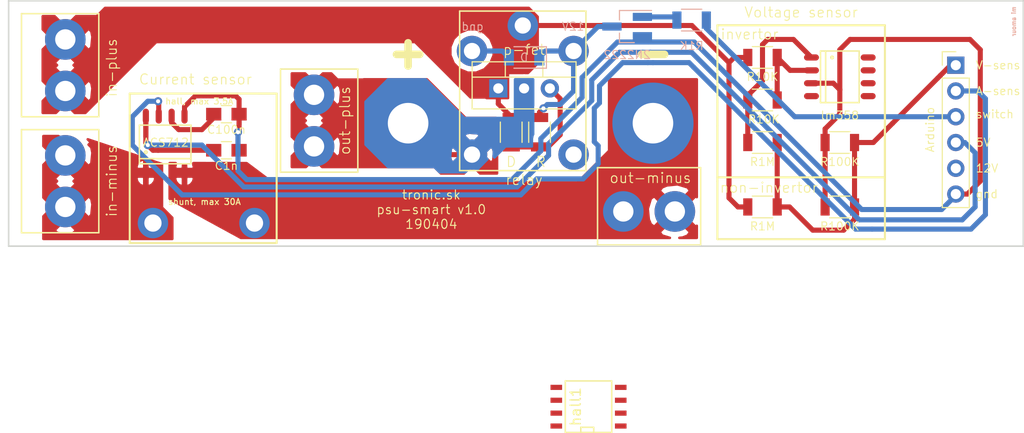
<source format=kicad_pcb>
(kicad_pcb (version 4) (host pcbnew 4.0.7)

  (general
    (links 46)
    (no_connects 0)
    (area 20.244999 20.244999 120.394801 44.575801)
    (thickness 1.6)
    (drawings 63)
    (tracks 172)
    (zones 0)
    (modules 26)
    (nets 17)
  )

  (page A4)
  (layers
    (0 F.Cu signal)
    (31 B.Cu signal)
    (32 B.Adhes user)
    (33 F.Adhes user)
    (34 B.Paste user)
    (35 F.Paste user)
    (36 B.SilkS user)
    (37 F.SilkS user)
    (38 B.Mask user)
    (39 F.Mask user)
    (40 Dwgs.User user)
    (41 Cmts.User user)
    (42 Eco1.User user)
    (43 Eco2.User user)
    (44 Edge.Cuts user)
    (45 Margin user)
    (46 B.CrtYd user)
    (47 F.CrtYd user)
    (48 B.Fab user)
    (49 F.Fab user)
  )

  (setup
    (last_trace_width 0.5)
    (trace_clearance 0.2)
    (zone_clearance 0.508)
    (zone_45_only yes)
    (trace_min 0.2)
    (segment_width 0.2)
    (edge_width 0.15)
    (via_size 0.8)
    (via_drill 0.4)
    (via_min_size 0.4)
    (via_min_drill 0.3)
    (uvia_size 0.3)
    (uvia_drill 0.1)
    (uvias_allowed no)
    (uvia_min_size 0.2)
    (uvia_min_drill 0.1)
    (pcb_text_width 0.3)
    (pcb_text_size 1.5 1.5)
    (mod_edge_width 0.15)
    (mod_text_size 1 1)
    (mod_text_width 0.15)
    (pad_size 3 3)
    (pad_drill 1.7)
    (pad_to_mask_clearance 0.2)
    (aux_axis_origin 0 0)
    (visible_elements 7FFFFFFF)
    (pcbplotparams
      (layerselection 0x010f0_80000001)
      (usegerberextensions true)
      (excludeedgelayer true)
      (linewidth 0.100000)
      (plotframeref false)
      (viasonmask false)
      (mode 1)
      (useauxorigin false)
      (hpglpennumber 1)
      (hpglpenspeed 20)
      (hpglpendiameter 15)
      (hpglpenoverlay 2)
      (psnegative false)
      (psa4output false)
      (plotreference true)
      (plotvalue true)
      (plotinvisibletext false)
      (padsonsilk false)
      (subtractmaskfromsilk false)
      (outputformat 1)
      (mirror false)
      (drillshape 0)
      (scaleselection 1)
      (outputdirectory gerber/))
  )

  (net 0 "")
  (net 1 "Net-(R1-Pad1)")
  (net 2 in-gnd)
  (net 3 out-gnd)
  (net 4 "Net-(ACS712-Pad6)")
  (net 5 a-sens)
  (net 6 v-sens)
  (net 7 12V)
  (net 8 12V-out)
  (net 9 "Net-(D1-Pad1)")
  (net 10 "Net-(D1-Pad2)")
  (net 11 arduino-gnd)
  (net 12 arduino-5V)
  (net 13 "Net-(R3-Pad1)")
  (net 14 "Net-(Q1-Pad1)")
  (net 15 arduino-relay)
  (net 16 "Net-(D2-Pad1)")

  (net_class Default "This is the default net class."
    (clearance 0.2)
    (trace_width 0.5)
    (via_dia 0.8)
    (via_drill 0.4)
    (uvia_dia 0.3)
    (uvia_drill 0.1)
    (add_net 12V)
    (add_net 12V-out)
    (add_net "Net-(ACS712-Pad6)")
    (add_net "Net-(D1-Pad1)")
    (add_net "Net-(D1-Pad2)")
    (add_net "Net-(D2-Pad1)")
    (add_net "Net-(Q1-Pad1)")
    (add_net "Net-(R1-Pad1)")
    (add_net "Net-(R3-Pad1)")
    (add_net a-sens)
    (add_net arduino-5V)
    (add_net arduino-gnd)
    (add_net arduino-relay)
    (add_net in-gnd)
    (add_net out-gnd)
    (add_net v-sens)
  )

  (net_class mains ""
    (clearance 0)
    (trace_width 1.8)
    (via_dia 0.6)
    (via_drill 0.4)
    (uvia_dia 0.3)
    (uvia_drill 0.1)
  )

  (module SMD_Packages:SOIC-8-N (layer F.Cu) (tedit 0) (tstamp 5C8ECB8C)
    (at 77.47 60.325 90)
    (descr "Module Narrow CMS SOJ 8 pins large")
    (tags "CMS SOJ")
    (path /5C8EC94C)
    (attr smd)
    (fp_text reference hall1 (at 0 -1.27 90) (layer F.SilkS)
      (effects (font (size 1 1) (thickness 0.15)))
    )
    (fp_text value hall1 (at 0 1.27 90) (layer F.Fab)
      (effects (font (size 1 1) (thickness 0.15)))
    )
    (fp_line (start -2.54 -2.286) (end 2.54 -2.286) (layer F.SilkS) (width 0.15))
    (fp_line (start 2.54 -2.286) (end 2.54 2.286) (layer F.SilkS) (width 0.15))
    (fp_line (start 2.54 2.286) (end -2.54 2.286) (layer F.SilkS) (width 0.15))
    (fp_line (start -2.54 2.286) (end -2.54 -2.286) (layer F.SilkS) (width 0.15))
    (fp_line (start -2.54 -0.762) (end -2.032 -0.762) (layer F.SilkS) (width 0.15))
    (fp_line (start -2.032 -0.762) (end -2.032 0.508) (layer F.SilkS) (width 0.15))
    (fp_line (start -2.032 0.508) (end -2.54 0.508) (layer F.SilkS) (width 0.15))
    (pad 8 smd rect (at -1.905 -3.175 90) (size 0.508 1.143) (layers F.Cu F.Paste F.Mask))
    (pad 7 smd rect (at -0.635 -3.175 90) (size 0.508 1.143) (layers F.Cu F.Paste F.Mask))
    (pad 6 smd rect (at 0.635 -3.175 90) (size 0.508 1.143) (layers F.Cu F.Paste F.Mask))
    (pad 5 smd rect (at 1.905 -3.175 90) (size 0.508 1.143) (layers F.Cu F.Paste F.Mask))
    (pad 4 smd rect (at 1.905 3.175 90) (size 0.508 1.143) (layers F.Cu F.Paste F.Mask))
    (pad 3 smd rect (at 0.635 3.175 90) (size 0.508 1.143) (layers F.Cu F.Paste F.Mask))
    (pad 2 smd rect (at -0.635 3.175 90) (size 0.508 1.143) (layers F.Cu F.Paste F.Mask))
    (pad 1 smd rect (at -1.905 3.175 90) (size 0.508 1.143) (layers F.Cu F.Paste F.Mask))
    (model SMD_Packages.3dshapes/SOIC-8-N.wrl
      (at (xyz 0 0 0))
      (scale (xyz 0.5 0.38 0.5))
      (rotate (xyz 0 0 0))
    )
  )

  (module psw-library:psw-konektor-zeleny (layer F.Cu) (tedit 5CA63D41) (tstamp 5C8FAAB2)
    (at 27.94 33.02 90)
    (path /5C8FAB63)
    (fp_text reference in-minus1 (at -5.08 2.54 90) (layer F.SilkS) hide
      (effects (font (size 1 1) (thickness 0.15)))
    )
    (fp_text value in-minus (at -5.08 -7.62 90) (layer F.Fab)
      (effects (font (size 1 1) (thickness 0.15)))
    )
    (fp_line (start -10.16 -6.35) (end 0 -6.35) (layer F.SilkS) (width 0.15))
    (fp_line (start 0 -6.35) (end 0 1.27) (layer F.SilkS) (width 0.15))
    (fp_line (start 0 1.27) (end -10.16 1.27) (layer F.SilkS) (width 0.15))
    (fp_line (start -10.16 1.27) (end -10.16 -6.35) (layer F.SilkS) (width 0.15))
    (pad 1 thru_hole circle (at -2.54 -2.032 90) (size 4 4) (drill 2) (layers *.Cu *.Mask)
      (net 2 in-gnd) (thermal_width 2))
    (pad 2 thru_hole circle (at -7.62 -2.032 90) (size 4 4) (drill 2) (layers *.Cu *.Mask)
      (net 2 in-gnd) (thermal_width 2))
  )

  (module psw-library:psw-konektor-zeleny (layer F.Cu) (tedit 5CA64FA2) (tstamp 5C8FAABE)
    (at 88.519 43.1165)
    (path /5C8FACE9)
    (fp_text reference out-minus1 (at -5.08 0) (layer F.SilkS) hide
      (effects (font (size 1 1) (thickness 0.15)))
    )
    (fp_text value out-minus (at -5.08 -7.62) (layer F.Fab)
      (effects (font (size 1 1) (thickness 0.15)))
    )
    (fp_line (start -10.16 -6.35) (end 0 -6.35) (layer F.SilkS) (width 0.15))
    (fp_line (start 0 -6.35) (end 0 1.27) (layer F.SilkS) (width 0.15))
    (fp_line (start 0 1.27) (end -10.16 1.27) (layer F.SilkS) (width 0.15))
    (fp_line (start -10.16 1.27) (end -10.16 -6.35) (layer F.SilkS) (width 0.15))
    (pad 1 thru_hole circle (at -2.54 -2.032) (size 4 4) (drill 2) (layers *.Cu *.Mask)
      (net 3 out-gnd) (thermal_width 1))
    (pad 2 thru_hole circle (at -7.62 -2.032) (size 4 4) (drill 2) (layers *.Cu *.Mask)
      (net 3 out-gnd) (zone_connect 2) (thermal_width 1))
  )

  (module psw-library:psw-konektor-zeleny (layer F.Cu) (tedit 5CA63D27) (tstamp 5C8FAAC4)
    (at 48.387 37.211 270)
    (path /5C8FAC95)
    (fp_text reference out-plus1 (at -5.08 0 270) (layer F.SilkS) hide
      (effects (font (size 1 1) (thickness 0.15)))
    )
    (fp_text value out-plus (at -5.08 -7.62 270) (layer F.Fab)
      (effects (font (size 1 1) (thickness 0.15)))
    )
    (fp_line (start -10.16 -6.35) (end 0 -6.35) (layer F.SilkS) (width 0.15))
    (fp_line (start 0 -6.35) (end 0 1.27) (layer F.SilkS) (width 0.15))
    (fp_line (start 0 1.27) (end -10.16 1.27) (layer F.SilkS) (width 0.15))
    (fp_line (start -10.16 1.27) (end -10.16 -6.35) (layer F.SilkS) (width 0.15))
    (pad 1 thru_hole circle (at -2.54 -2.032 270) (size 4 4) (drill 2) (layers *.Cu *.Mask)
      (net 8 12V-out) (thermal_width 2))
    (pad 2 thru_hole circle (at -7.62 -2.032 270) (size 4 4) (drill 2) (layers *.Cu *.Mask)
      (net 8 12V-out) (thermal_width 2))
  )

  (module psw-library:psw-konektor-zeleny (layer F.Cu) (tedit 5CA651A0) (tstamp 5C8FAAFC)
    (at 27.94 21.59 90)
    (path /5C8FAAA0)
    (fp_text reference in-plus1 (at -5.08 2.54 90) (layer F.SilkS) hide
      (effects (font (size 1 1) (thickness 0.15)))
    )
    (fp_text value in-plus (at -5.08 -7.62 90) (layer F.Fab)
      (effects (font (size 1 1) (thickness 0.15)))
    )
    (fp_line (start -10.16 -6.35) (end 0 -6.35) (layer F.SilkS) (width 0.15))
    (fp_line (start 0 -6.35) (end 0 1.27) (layer F.SilkS) (width 0.15))
    (fp_line (start 0 1.27) (end -10.16 1.27) (layer F.SilkS) (width 0.15))
    (fp_line (start -10.16 1.27) (end -10.16 -6.35) (layer F.SilkS) (width 0.15))
    (pad 1 thru_hole circle (at -2.54 -2.032 90) (size 4 4) (drill 2) (layers *.Cu *.Mask)
      (net 7 12V) (thermal_width 2))
    (pad 2 thru_hole circle (at -7.62 -2.032 90) (size 4 4) (drill 2) (layers *.Cu *.Mask)
      (net 7 12V) (thermal_width 2))
  )

  (module Power_Integrations:SO-8 (layer F.Cu) (tedit 5C8FC3F1) (tstamp 5C8FC2EF)
    (at 102.235 27.813 270)
    (descr "SO-8 Surface Mount Small Outline 150mil 8pin Package")
    (tags "Power Integrations D Package")
    (path /5C8FBFB1)
    (fp_text reference invertor1 (at 0 0 270) (layer F.SilkS) hide
      (effects (font (size 1 1) (thickness 0.15)))
    )
    (fp_text value invertor (at 0 0 270) (layer F.Fab) hide
      (effects (font (size 1 1) (thickness 0.15)))
    )
    (fp_circle (center -1.905 0.762) (end -1.778 0.762) (layer F.SilkS) (width 0.15))
    (fp_line (start -2.54 1.397) (end 2.54 1.397) (layer F.SilkS) (width 0.15))
    (fp_line (start -2.54 -1.905) (end 2.54 -1.905) (layer F.SilkS) (width 0.15))
    (fp_line (start -2.54 1.905) (end 2.54 1.905) (layer F.SilkS) (width 0.15))
    (fp_line (start -2.54 1.905) (end -2.54 -1.905) (layer F.SilkS) (width 0.15))
    (fp_line (start 2.54 1.905) (end 2.54 -1.905) (layer F.SilkS) (width 0.15))
    (pad 1 smd oval (at -1.905 2.794 270) (size 0.6096 1.4732) (layers F.Cu F.Paste F.Mask)
      (net 13 "Net-(R3-Pad1)"))
    (pad 2 smd oval (at -0.635 2.794 270) (size 0.6096 1.4732) (layers F.Cu F.Paste F.Mask)
      (net 1 "Net-(R1-Pad1)"))
    (pad 3 smd oval (at 0.635 2.794 270) (size 0.6096 1.4732) (layers F.Cu F.Paste F.Mask)
      (net 11 arduino-gnd))
    (pad 4 smd oval (at 1.905 2.794 270) (size 0.6096 1.4732) (layers F.Cu F.Paste F.Mask))
    (pad 5 smd oval (at 1.905 -2.794 270) (size 0.6096 1.4732) (layers F.Cu F.Paste F.Mask))
    (pad 6 smd oval (at 0.635 -2.794 270) (size 0.6096 1.4732) (layers F.Cu F.Paste F.Mask))
    (pad 7 smd oval (at -0.635 -2.794 270) (size 0.6096 1.4732) (layers F.Cu F.Paste F.Mask))
    (pad 8 smd oval (at -1.905 -2.794 270) (size 0.6096 1.4732) (layers F.Cu F.Paste F.Mask))
  )

  (module Resistors_SMD:R_1206 (layer F.Cu) (tedit 5C8FC321) (tstamp 5C8FC2F5)
    (at 94.615 25.908 180)
    (descr "Resistor SMD 1206, reflow soldering, Vishay (see dcrcw.pdf)")
    (tags "resistor 1206")
    (path /5C8FC5D3)
    (attr smd)
    (fp_text reference R1 (at 0 -1.85 180) (layer F.SilkS) hide
      (effects (font (size 1 1) (thickness 0.15)))
    )
    (fp_text value R (at 0 1.95 180) (layer F.Fab)
      (effects (font (size 1 1) (thickness 0.15)))
    )
    (fp_text user %R (at 0 0 180) (layer F.Fab)
      (effects (font (size 0.7 0.7) (thickness 0.105)))
    )
    (fp_line (start -1.6 0.8) (end -1.6 -0.8) (layer F.Fab) (width 0.1))
    (fp_line (start 1.6 0.8) (end -1.6 0.8) (layer F.Fab) (width 0.1))
    (fp_line (start 1.6 -0.8) (end 1.6 0.8) (layer F.Fab) (width 0.1))
    (fp_line (start -1.6 -0.8) (end 1.6 -0.8) (layer F.Fab) (width 0.1))
    (fp_line (start 1 1.07) (end -1 1.07) (layer F.SilkS) (width 0.12))
    (fp_line (start -1 -1.07) (end 1 -1.07) (layer F.SilkS) (width 0.12))
    (fp_line (start -2.15 -1.11) (end 2.15 -1.11) (layer F.CrtYd) (width 0.05))
    (fp_line (start -2.15 -1.11) (end -2.15 1.1) (layer F.CrtYd) (width 0.05))
    (fp_line (start 2.15 1.1) (end 2.15 -1.11) (layer F.CrtYd) (width 0.05))
    (fp_line (start 2.15 1.1) (end -2.15 1.1) (layer F.CrtYd) (width 0.05))
    (pad 1 smd rect (at -1.45 0 180) (size 0.9 1.7) (layers F.Cu F.Paste F.Mask)
      (net 1 "Net-(R1-Pad1)"))
    (pad 2 smd rect (at 1.45 0 180) (size 0.9 1.7) (layers F.Cu F.Paste F.Mask)
      (net 7 12V))
    (model ${KISYS3DMOD}/Resistors_SMD.3dshapes/R_1206.wrl
      (at (xyz 0 0 0))
      (scale (xyz 1 1 1))
      (rotate (xyz 0 0 0))
    )
  )

  (module Resistors_SMD:R_1206 (layer F.Cu) (tedit 5C8FC3C0) (tstamp 5C8FC2FB)
    (at 94.615 40.64 180)
    (descr "Resistor SMD 1206, reflow soldering, Vishay (see dcrcw.pdf)")
    (tags "resistor 1206")
    (path /5C8FCB45)
    (attr smd)
    (fp_text reference R2 (at 0 -1.85 180) (layer F.SilkS) hide
      (effects (font (size 1 1) (thickness 0.15)))
    )
    (fp_text value R (at 0 1.95 180) (layer F.Fab)
      (effects (font (size 1 1) (thickness 0.15)))
    )
    (fp_text user %R (at 0 0 180) (layer F.Fab)
      (effects (font (size 0.7 0.7) (thickness 0.105)))
    )
    (fp_line (start -1.6 0.8) (end -1.6 -0.8) (layer F.Fab) (width 0.1))
    (fp_line (start 1.6 0.8) (end -1.6 0.8) (layer F.Fab) (width 0.1))
    (fp_line (start 1.6 -0.8) (end 1.6 0.8) (layer F.Fab) (width 0.1))
    (fp_line (start -1.6 -0.8) (end 1.6 -0.8) (layer F.Fab) (width 0.1))
    (fp_line (start 1 1.07) (end -1 1.07) (layer F.SilkS) (width 0.12))
    (fp_line (start -1 -1.07) (end 1 -1.07) (layer F.SilkS) (width 0.12))
    (fp_line (start -2.15 -1.11) (end 2.15 -1.11) (layer F.CrtYd) (width 0.05))
    (fp_line (start -2.15 -1.11) (end -2.15 1.1) (layer F.CrtYd) (width 0.05))
    (fp_line (start 2.15 1.1) (end 2.15 -1.11) (layer F.CrtYd) (width 0.05))
    (fp_line (start 2.15 1.1) (end -2.15 1.1) (layer F.CrtYd) (width 0.05))
    (pad 1 smd rect (at -1.45 0 180) (size 0.9 1.7) (layers F.Cu F.Paste F.Mask)
      (net 6 v-sens))
    (pad 2 smd rect (at 1.45 0 180) (size 0.9 1.7) (layers F.Cu F.Paste F.Mask)
      (net 7 12V))
    (model ${KISYS3DMOD}/Resistors_SMD.3dshapes/R_1206.wrl
      (at (xyz 0 0 0))
      (scale (xyz 1 1 1))
      (rotate (xyz 0 0 0))
    )
  )

  (module Resistors_SMD:R_1206 (layer F.Cu) (tedit 5C8FC397) (tstamp 5C8FC301)
    (at 94.615 30.099)
    (descr "Resistor SMD 1206, reflow soldering, Vishay (see dcrcw.pdf)")
    (tags "resistor 1206")
    (path /5C8FC2B3)
    (attr smd)
    (fp_text reference R3 (at 0 -1.85) (layer F.SilkS) hide
      (effects (font (size 1 1) (thickness 0.15)))
    )
    (fp_text value R (at 0 1.95) (layer F.Fab)
      (effects (font (size 1 1) (thickness 0.15)))
    )
    (fp_text user %R (at 0 0) (layer F.Fab)
      (effects (font (size 0.7 0.7) (thickness 0.105)))
    )
    (fp_line (start -1.6 0.8) (end -1.6 -0.8) (layer F.Fab) (width 0.1))
    (fp_line (start 1.6 0.8) (end -1.6 0.8) (layer F.Fab) (width 0.1))
    (fp_line (start 1.6 -0.8) (end 1.6 0.8) (layer F.Fab) (width 0.1))
    (fp_line (start -1.6 -0.8) (end 1.6 -0.8) (layer F.Fab) (width 0.1))
    (fp_line (start 1 1.07) (end -1 1.07) (layer F.SilkS) (width 0.12))
    (fp_line (start -1 -1.07) (end 1 -1.07) (layer F.SilkS) (width 0.12))
    (fp_line (start -2.15 -1.11) (end 2.15 -1.11) (layer F.CrtYd) (width 0.05))
    (fp_line (start -2.15 -1.11) (end -2.15 1.1) (layer F.CrtYd) (width 0.05))
    (fp_line (start 2.15 1.1) (end 2.15 -1.11) (layer F.CrtYd) (width 0.05))
    (fp_line (start 2.15 1.1) (end -2.15 1.1) (layer F.CrtYd) (width 0.05))
    (pad 1 smd rect (at -1.45 0) (size 0.9 1.7) (layers F.Cu F.Paste F.Mask)
      (net 13 "Net-(R3-Pad1)"))
    (pad 2 smd rect (at 1.45 0) (size 0.9 1.7) (layers F.Cu F.Paste F.Mask)
      (net 1 "Net-(R1-Pad1)"))
    (model ${KISYS3DMOD}/Resistors_SMD.3dshapes/R_1206.wrl
      (at (xyz 0 0 0))
      (scale (xyz 1 1 1))
      (rotate (xyz 0 0 0))
    )
  )

  (module Resistors_SMD:R_1206 (layer F.Cu) (tedit 5C8FC998) (tstamp 5C8FC93A)
    (at 102.235 40.64)
    (descr "Resistor SMD 1206, reflow soldering, Vishay (see dcrcw.pdf)")
    (tags "resistor 1206")
    (path /5C8FDDFA)
    (attr smd)
    (fp_text reference R4 (at 0 -1.85) (layer F.SilkS) hide
      (effects (font (size 1 1) (thickness 0.15)))
    )
    (fp_text value R (at 0 1.95) (layer F.Fab)
      (effects (font (size 1 1) (thickness 0.15)))
    )
    (fp_text user %R (at 0 0) (layer F.Fab)
      (effects (font (size 0.7 0.7) (thickness 0.105)))
    )
    (fp_line (start -1.6 0.8) (end -1.6 -0.8) (layer F.Fab) (width 0.1))
    (fp_line (start 1.6 0.8) (end -1.6 0.8) (layer F.Fab) (width 0.1))
    (fp_line (start 1.6 -0.8) (end 1.6 0.8) (layer F.Fab) (width 0.1))
    (fp_line (start -1.6 -0.8) (end 1.6 -0.8) (layer F.Fab) (width 0.1))
    (fp_line (start 1 1.07) (end -1 1.07) (layer F.SilkS) (width 0.12))
    (fp_line (start -1 -1.07) (end 1 -1.07) (layer F.SilkS) (width 0.12))
    (fp_line (start -2.15 -1.11) (end 2.15 -1.11) (layer F.CrtYd) (width 0.05))
    (fp_line (start -2.15 -1.11) (end -2.15 1.1) (layer F.CrtYd) (width 0.05))
    (fp_line (start 2.15 1.1) (end 2.15 -1.11) (layer F.CrtYd) (width 0.05))
    (fp_line (start 2.15 1.1) (end -2.15 1.1) (layer F.CrtYd) (width 0.05))
    (pad 1 smd rect (at -1.45 0) (size 0.9 1.7) (layers F.Cu F.Paste F.Mask)
      (net 11 arduino-gnd))
    (pad 2 smd rect (at 1.45 0) (size 0.9 1.7) (layers F.Cu F.Paste F.Mask)
      (net 6 v-sens))
    (model ${KISYS3DMOD}/Resistors_SMD.3dshapes/R_1206.wrl
      (at (xyz 0 0 0))
      (scale (xyz 1 1 1))
      (rotate (xyz 0 0 0))
    )
  )

  (module Power_Integrations:SO-8 (layer F.Cu) (tedit 5CA65977) (tstamp 5C8FCDE4)
    (at 35.7505 34.4805)
    (descr "SO-8 Surface Mount Small Outline 150mil 8pin Package")
    (tags "Power Integrations D Package")
    (path /5C8FE270)
    (fp_text reference ACS712 (at -0.1905 -1.7145) (layer F.SilkS) hide
      (effects (font (size 1 1) (thickness 0.15)))
    )
    (fp_text value ACS712 (at 0 0) (layer F.Fab)
      (effects (font (size 1 1) (thickness 0.15)))
    )
    (fp_circle (center -1.905 0.762) (end -1.778 0.762) (layer F.SilkS) (width 0.15))
    (fp_line (start -2.54 1.397) (end 2.54 1.397) (layer F.SilkS) (width 0.15))
    (fp_line (start -2.54 -1.905) (end 2.54 -1.905) (layer F.SilkS) (width 0.15))
    (fp_line (start -2.54 1.905) (end 2.54 1.905) (layer F.SilkS) (width 0.15))
    (fp_line (start -2.54 1.905) (end -2.54 -1.905) (layer F.SilkS) (width 0.15))
    (fp_line (start 2.54 1.905) (end 2.54 -1.905) (layer F.SilkS) (width 0.15))
    (pad 1 smd oval (at -1.905 2.794) (size 0.6096 1.4732) (layers F.Cu F.Paste F.Mask)
      (net 2 in-gnd) (thermal_width 2))
    (pad 2 smd oval (at -0.635 2.794) (size 0.6096 1.4732) (layers F.Cu F.Paste F.Mask)
      (net 2 in-gnd) (zone_connect 2) (thermal_width 2))
    (pad 3 smd oval (at 0.635 2.794) (size 0.6096 1.4732) (layers F.Cu F.Paste F.Mask)
      (net 3 out-gnd) (zone_connect 2))
    (pad 4 smd oval (at 1.905 2.794) (size 0.6096 1.4732) (layers F.Cu F.Paste F.Mask)
      (net 3 out-gnd) (thermal_width 2))
    (pad 5 smd oval (at 1.905 -2.794) (size 0.6096 1.4732) (layers F.Cu F.Paste F.Mask)
      (net 11 arduino-gnd))
    (pad 6 smd oval (at 0.635 -2.794) (size 0.6096 1.4732) (layers F.Cu F.Paste F.Mask)
      (net 4 "Net-(ACS712-Pad6)"))
    (pad 7 smd oval (at -0.635 -2.794) (size 0.6096 1.4732) (layers F.Cu F.Paste F.Mask)
      (net 5 a-sens))
    (pad 8 smd oval (at -1.905 -2.794) (size 0.6096 1.4732) (layers F.Cu F.Paste F.Mask)
      (net 12 arduino-5V))
  )

  (module Capacitors_SMD:C_0805_HandSoldering (layer F.Cu) (tedit 5C8FCFC9) (tstamp 5C8FCF7F)
    (at 41.783 35.052 180)
    (descr "Capacitor SMD 0805, hand soldering")
    (tags "capacitor 0805")
    (path /5C8FF0F0)
    (attr smd)
    (fp_text reference C1 (at 0 -1.75 180) (layer F.SilkS) hide
      (effects (font (size 1 1) (thickness 0.15)))
    )
    (fp_text value C (at 0 1.75 180) (layer F.Fab)
      (effects (font (size 1 1) (thickness 0.15)))
    )
    (fp_text user %R (at 0 -1.75 180) (layer F.Fab)
      (effects (font (size 1 1) (thickness 0.15)))
    )
    (fp_line (start -1 0.62) (end -1 -0.62) (layer F.Fab) (width 0.1))
    (fp_line (start 1 0.62) (end -1 0.62) (layer F.Fab) (width 0.1))
    (fp_line (start 1 -0.62) (end 1 0.62) (layer F.Fab) (width 0.1))
    (fp_line (start -1 -0.62) (end 1 -0.62) (layer F.Fab) (width 0.1))
    (fp_line (start 0.5 -0.85) (end -0.5 -0.85) (layer F.SilkS) (width 0.12))
    (fp_line (start -0.5 0.85) (end 0.5 0.85) (layer F.SilkS) (width 0.12))
    (fp_line (start -2.25 -0.88) (end 2.25 -0.88) (layer F.CrtYd) (width 0.05))
    (fp_line (start -2.25 -0.88) (end -2.25 0.87) (layer F.CrtYd) (width 0.05))
    (fp_line (start 2.25 0.87) (end 2.25 -0.88) (layer F.CrtYd) (width 0.05))
    (fp_line (start 2.25 0.87) (end -2.25 0.87) (layer F.CrtYd) (width 0.05))
    (pad 1 smd rect (at -1.25 0 180) (size 1.5 1.25) (layers F.Cu F.Paste F.Mask)
      (net 11 arduino-gnd))
    (pad 2 smd rect (at 1.25 0 180) (size 1.5 1.25) (layers F.Cu F.Paste F.Mask)
      (net 12 arduino-5V))
    (model Capacitors_SMD.3dshapes/C_0805.wrl
      (at (xyz 0 0 0))
      (scale (xyz 1 1 1))
      (rotate (xyz 0 0 0))
    )
  )

  (module Capacitors_SMD:C_0805_HandSoldering (layer F.Cu) (tedit 5C8FCFCF) (tstamp 5C8FCF85)
    (at 41.783 31.496 180)
    (descr "Capacitor SMD 0805, hand soldering")
    (tags "capacitor 0805")
    (path /5C8FF241)
    (attr smd)
    (fp_text reference C2 (at 0 -1.75 180) (layer F.SilkS) hide
      (effects (font (size 1 1) (thickness 0.15)))
    )
    (fp_text value C (at 0 1.75 180) (layer F.Fab)
      (effects (font (size 1 1) (thickness 0.15)))
    )
    (fp_text user %R (at 0 -1.75 180) (layer F.Fab)
      (effects (font (size 1 1) (thickness 0.15)))
    )
    (fp_line (start -1 0.62) (end -1 -0.62) (layer F.Fab) (width 0.1))
    (fp_line (start 1 0.62) (end -1 0.62) (layer F.Fab) (width 0.1))
    (fp_line (start 1 -0.62) (end 1 0.62) (layer F.Fab) (width 0.1))
    (fp_line (start -1 -0.62) (end 1 -0.62) (layer F.Fab) (width 0.1))
    (fp_line (start 0.5 -0.85) (end -0.5 -0.85) (layer F.SilkS) (width 0.12))
    (fp_line (start -0.5 0.85) (end 0.5 0.85) (layer F.SilkS) (width 0.12))
    (fp_line (start -2.25 -0.88) (end 2.25 -0.88) (layer F.CrtYd) (width 0.05))
    (fp_line (start -2.25 -0.88) (end -2.25 0.87) (layer F.CrtYd) (width 0.05))
    (fp_line (start 2.25 0.87) (end 2.25 -0.88) (layer F.CrtYd) (width 0.05))
    (fp_line (start 2.25 0.87) (end -2.25 0.87) (layer F.CrtYd) (width 0.05))
    (pad 1 smd rect (at -1.25 0 180) (size 1.5 1.25) (layers F.Cu F.Paste F.Mask)
      (net 11 arduino-gnd))
    (pad 2 smd rect (at 1.25 0 180) (size 1.5 1.25) (layers F.Cu F.Paste F.Mask)
      (net 4 "Net-(ACS712-Pad6)"))
    (model Capacitors_SMD.3dshapes/C_0805.wrl
      (at (xyz 0 0 0))
      (scale (xyz 1 1 1))
      (rotate (xyz 0 0 0))
    )
  )

  (module psw-library:psw-bananik (layer F.Cu) (tedit 5C9014CF) (tstamp 5C8FDEEE)
    (at 83.82 32.385)
    (path /5C8FFFFE)
    (fp_text reference out-gnd1 (at 0 5.207) (layer F.SilkS) hide
      (effects (font (size 1 1) (thickness 0.15)))
    )
    (fp_text value out-gnd (at 0.0635 -4.8895) (layer F.Fab)
      (effects (font (size 1 1) (thickness 0.15)))
    )
    (pad 1 thru_hole circle (at 0 0) (size 8 8) (drill 4) (layers *.Cu *.Mask)
      (net 3 out-gnd) (zone_connect 2) (thermal_width 2))
  )

  (module psw-library:psw-bananik (layer F.Cu) (tedit 5C8FFC22) (tstamp 5C8FDEF3)
    (at 59.69 32.385)
    (path /5C90015C)
    (fp_text reference out1 (at 0 5.207) (layer F.SilkS) hide
      (effects (font (size 1 1) (thickness 0.15)))
    )
    (fp_text value out (at 0.0635 -4.8895) (layer F.Fab)
      (effects (font (size 1 1) (thickness 0.15)))
    )
    (pad 1 thru_hole circle (at 0 0) (size 8 8) (drill 4) (layers *.Cu *.Mask)
      (net 8 12V-out) (zone_connect 2) (thermal_width 2))
  )

  (module Diodes_SMD:D_1206 (layer B.Cu) (tedit 5CA65856) (tstamp 5C8FF6DB)
    (at 71.12 25.908 180)
    (descr "Diode SMD 1206, reflow soldering http://datasheets.avx.com/schottky.pdf")
    (tags "Diode 1206")
    (path /5C9008E4)
    (attr smd)
    (fp_text reference D1 (at -0.127 -2.413 180) (layer B.SilkS) hide
      (effects (font (size 1 1) (thickness 0.15)) (justify mirror))
    )
    (fp_text value D (at 0 -1.9 180) (layer B.Fab) hide
      (effects (font (size 1 1) (thickness 0.15)) (justify mirror))
    )
    (fp_text user %R (at 0 1.8 180) (layer B.Fab)
      (effects (font (size 1 1) (thickness 0.15)) (justify mirror))
    )
    (fp_line (start -0.254 0.254) (end -0.254 -0.254) (layer B.Fab) (width 0.1))
    (fp_line (start 0.127 0) (end 0.381 0) (layer B.Fab) (width 0.1))
    (fp_line (start -0.254 0) (end -0.508 0) (layer B.Fab) (width 0.1))
    (fp_line (start 0.127 -0.254) (end -0.254 0) (layer B.Fab) (width 0.1))
    (fp_line (start 0.127 0.254) (end 0.127 -0.254) (layer B.Fab) (width 0.1))
    (fp_line (start -0.254 0) (end 0.127 0.254) (layer B.Fab) (width 0.1))
    (fp_line (start -2.2 1.06) (end -2.2 -1.06) (layer B.SilkS) (width 0.12))
    (fp_line (start -1.7 -0.95) (end -1.7 0.95) (layer B.Fab) (width 0.1))
    (fp_line (start 1.7 -0.95) (end -1.7 -0.95) (layer B.Fab) (width 0.1))
    (fp_line (start 1.7 0.95) (end 1.7 -0.95) (layer B.Fab) (width 0.1))
    (fp_line (start -1.7 0.95) (end 1.7 0.95) (layer B.Fab) (width 0.1))
    (fp_line (start -2.3 1.16) (end 2.3 1.16) (layer B.CrtYd) (width 0.05))
    (fp_line (start -2.3 -1.16) (end 2.3 -1.16) (layer B.CrtYd) (width 0.05))
    (fp_line (start -2.3 1.16) (end -2.3 -1.16) (layer B.CrtYd) (width 0.05))
    (fp_line (start 2.3 1.16) (end 2.3 -1.16) (layer B.CrtYd) (width 0.05))
    (fp_line (start 1 1.06) (end -2.2 1.06) (layer B.SilkS) (width 0.12))
    (fp_line (start -2.2 -1.06) (end 1 -1.06) (layer B.SilkS) (width 0.12))
    (pad 1 smd rect (at -1.5 0 180) (size 1 1.6) (layers B.Cu B.Paste B.Mask)
      (net 9 "Net-(D1-Pad1)"))
    (pad 2 smd rect (at 1.5 0 180) (size 1 1.6) (layers B.Cu B.Paste B.Mask)
      (net 10 "Net-(D1-Pad2)"))
    (model ${KISYS3DMOD}/Diodes_SMD.3dshapes/D_1206.wrl
      (at (xyz 0 0 0))
      (scale (xyz 1 1 1))
      (rotate (xyz 0 0 0))
    )
  )

  (module psw-library:psw-relay-small (layer F.Cu) (tedit 5CA65148) (tstamp 5C8FF79A)
    (at 70.993 25.273 270)
    (path /5C8EC1DD)
    (fp_text reference relay1 (at 12.573 0.127 360) (layer F.SilkS) hide
      (effects (font (size 1 1) (thickness 0.15)))
    )
    (fp_text value relay1 (at 4.3434 -2.4638 270) (layer F.Fab)
      (effects (font (size 1 1) (thickness 0.15)))
    )
    (fp_line (start -3.937 -6.223) (end -3.937 6.223) (layer F.SilkS) (width 0.15))
    (fp_line (start -3.937 -6.223) (end 11.7856 -6.223) (layer F.SilkS) (width 0.15))
    (fp_line (start 11.7856 -6.223) (end 11.7856 6.223) (layer F.SilkS) (width 0.15))
    (fp_line (start 11.7856 6.223) (end -3.937 6.223) (layer F.SilkS) (width 0.15))
    (pad 1 thru_hole circle (at 0 -5.0038 270) (size 3 3) (drill 1.6) (layers *.Cu *.Mask)
      (net 9 "Net-(D1-Pad1)"))
    (pad 2 thru_hole circle (at 0 5.0038 270) (size 3 3) (drill 1.6) (layers *.Cu *.Mask)
      (net 10 "Net-(D1-Pad2)"))
    (pad 3 thru_hole circle (at -2.5146 0 270) (size 3 3) (drill 1.6) (layers *.Cu *.Mask)
      (net 7 12V) (zone_connect 2))
    (pad 4 thru_hole circle (at 10.2108 -5.0038 270) (size 3 3) (drill 1.6) (layers *.Cu *.Mask))
    (pad 5 thru_hole circle (at 10.2108 5.0038 270) (size 3 3) (drill 1.6) (layers *.Cu *.Mask)
      (net 8 12V-out) (zone_connect 1) (thermal_width 3))
  )

  (module Pin_Headers:Pin_Header_Straight_1x06_Pitch2.54mm (layer F.Cu) (tedit 5C8FFA7D) (tstamp 5C8FF85C)
    (at 113.665 26.67)
    (descr "Through hole straight pin header, 1x06, 2.54mm pitch, single row")
    (tags "Through hole pin header THT 1x06 2.54mm single row")
    (path /5C90141C)
    (fp_text reference arduino1 (at 0 -2.33) (layer F.SilkS) hide
      (effects (font (size 1 1) (thickness 0.15)))
    )
    (fp_text value arduino (at 0 15.03) (layer F.Fab)
      (effects (font (size 1 1) (thickness 0.15)))
    )
    (fp_line (start -0.635 -1.27) (end 1.27 -1.27) (layer F.Fab) (width 0.1))
    (fp_line (start 1.27 -1.27) (end 1.27 13.97) (layer F.Fab) (width 0.1))
    (fp_line (start 1.27 13.97) (end -1.27 13.97) (layer F.Fab) (width 0.1))
    (fp_line (start -1.27 13.97) (end -1.27 -0.635) (layer F.Fab) (width 0.1))
    (fp_line (start -1.27 -0.635) (end -0.635 -1.27) (layer F.Fab) (width 0.1))
    (fp_line (start -1.33 14.03) (end 1.33 14.03) (layer F.SilkS) (width 0.12))
    (fp_line (start -1.33 1.27) (end -1.33 14.03) (layer F.SilkS) (width 0.12))
    (fp_line (start 1.33 1.27) (end 1.33 14.03) (layer F.SilkS) (width 0.12))
    (fp_line (start -1.33 1.27) (end 1.33 1.27) (layer F.SilkS) (width 0.12))
    (fp_line (start -1.33 0) (end -1.33 -1.33) (layer F.SilkS) (width 0.12))
    (fp_line (start -1.33 -1.33) (end 0 -1.33) (layer F.SilkS) (width 0.12))
    (fp_line (start -1.8 -1.8) (end -1.8 14.5) (layer F.CrtYd) (width 0.05))
    (fp_line (start -1.8 14.5) (end 1.8 14.5) (layer F.CrtYd) (width 0.05))
    (fp_line (start 1.8 14.5) (end 1.8 -1.8) (layer F.CrtYd) (width 0.05))
    (fp_line (start 1.8 -1.8) (end -1.8 -1.8) (layer F.CrtYd) (width 0.05))
    (fp_text user %R (at 0 6.35 90) (layer F.Fab)
      (effects (font (size 1 1) (thickness 0.15)))
    )
    (pad 1 thru_hole rect (at 0 0) (size 1.7 1.7) (drill 1) (layers *.Cu *.Mask)
      (net 6 v-sens))
    (pad 2 thru_hole oval (at 0 2.54) (size 1.7 1.7) (drill 1) (layers *.Cu *.Mask)
      (net 5 a-sens))
    (pad 3 thru_hole oval (at 0 5.08) (size 1.7 1.7) (drill 1) (layers *.Cu *.Mask)
      (net 15 arduino-relay))
    (pad 4 thru_hole oval (at 0 7.62) (size 1.7 1.7) (drill 1) (layers *.Cu *.Mask)
      (net 12 arduino-5V))
    (pad 5 thru_hole oval (at 0 10.16) (size 1.7 1.7) (drill 1) (layers *.Cu *.Mask))
    (pad 6 thru_hole oval (at 0 12.7) (size 1.7 1.7) (drill 1) (layers *.Cu *.Mask)
      (net 11 arduino-gnd))
    (model ${KISYS3DMOD}/Pin_Headers.3dshapes/Pin_Header_Straight_1x06_Pitch2.54mm.wrl
      (at (xyz 0 0 0))
      (scale (xyz 1 1 1))
      (rotate (xyz 0 0 0))
    )
  )

  (module Resistors_SMD:R_1206 (layer F.Cu) (tedit 5C8FF979) (tstamp 5C8FF8D5)
    (at 102.235 34.29 180)
    (descr "Resistor SMD 1206, reflow soldering, Vishay (see dcrcw.pdf)")
    (tags "resistor 1206")
    (path /5C902F0E)
    (attr smd)
    (fp_text reference R5 (at 0 -1.85 180) (layer F.SilkS) hide
      (effects (font (size 1 1) (thickness 0.15)))
    )
    (fp_text value R (at 0 1.95 180) (layer F.Fab)
      (effects (font (size 1 1) (thickness 0.15)))
    )
    (fp_text user %R (at 0 0 180) (layer F.Fab)
      (effects (font (size 0.7 0.7) (thickness 0.105)))
    )
    (fp_line (start -1.6 0.8) (end -1.6 -0.8) (layer F.Fab) (width 0.1))
    (fp_line (start 1.6 0.8) (end -1.6 0.8) (layer F.Fab) (width 0.1))
    (fp_line (start 1.6 -0.8) (end 1.6 0.8) (layer F.Fab) (width 0.1))
    (fp_line (start -1.6 -0.8) (end 1.6 -0.8) (layer F.Fab) (width 0.1))
    (fp_line (start 1 1.07) (end -1 1.07) (layer F.SilkS) (width 0.12))
    (fp_line (start -1 -1.07) (end 1 -1.07) (layer F.SilkS) (width 0.12))
    (fp_line (start -2.15 -1.11) (end 2.15 -1.11) (layer F.CrtYd) (width 0.05))
    (fp_line (start -2.15 -1.11) (end -2.15 1.1) (layer F.CrtYd) (width 0.05))
    (fp_line (start 2.15 1.1) (end 2.15 -1.11) (layer F.CrtYd) (width 0.05))
    (fp_line (start 2.15 1.1) (end -2.15 1.1) (layer F.CrtYd) (width 0.05))
    (pad 1 smd rect (at -1.45 0 180) (size 0.9 1.7) (layers F.Cu F.Paste F.Mask)
      (net 6 v-sens))
    (pad 2 smd rect (at 1.45 0 180) (size 0.9 1.7) (layers F.Cu F.Paste F.Mask)
      (net 11 arduino-gnd))
    (model ${KISYS3DMOD}/Resistors_SMD.3dshapes/R_1206.wrl
      (at (xyz 0 0 0))
      (scale (xyz 1 1 1))
      (rotate (xyz 0 0 0))
    )
  )

  (module Resistors_SMD:R_1206 (layer F.Cu) (tedit 5C8FF984) (tstamp 5C8FF8DB)
    (at 94.615 34.29)
    (descr "Resistor SMD 1206, reflow soldering, Vishay (see dcrcw.pdf)")
    (tags "resistor 1206")
    (path /5C902DD8)
    (attr smd)
    (fp_text reference R6 (at 0 -1.85) (layer F.SilkS) hide
      (effects (font (size 1 1) (thickness 0.15)))
    )
    (fp_text value R (at 0 1.95) (layer F.Fab) hide
      (effects (font (size 1 1) (thickness 0.15)))
    )
    (fp_text user %R (at 0 0) (layer F.Fab)
      (effects (font (size 0.7 0.7) (thickness 0.105)))
    )
    (fp_line (start -1.6 0.8) (end -1.6 -0.8) (layer F.Fab) (width 0.1))
    (fp_line (start 1.6 0.8) (end -1.6 0.8) (layer F.Fab) (width 0.1))
    (fp_line (start 1.6 -0.8) (end 1.6 0.8) (layer F.Fab) (width 0.1))
    (fp_line (start -1.6 -0.8) (end 1.6 -0.8) (layer F.Fab) (width 0.1))
    (fp_line (start 1 1.07) (end -1 1.07) (layer F.SilkS) (width 0.12))
    (fp_line (start -1 -1.07) (end 1 -1.07) (layer F.SilkS) (width 0.12))
    (fp_line (start -2.15 -1.11) (end 2.15 -1.11) (layer F.CrtYd) (width 0.05))
    (fp_line (start -2.15 -1.11) (end -2.15 1.1) (layer F.CrtYd) (width 0.05))
    (fp_line (start 2.15 1.1) (end 2.15 -1.11) (layer F.CrtYd) (width 0.05))
    (fp_line (start 2.15 1.1) (end -2.15 1.1) (layer F.CrtYd) (width 0.05))
    (pad 1 smd rect (at -1.45 0) (size 0.9 1.7) (layers F.Cu F.Paste F.Mask)
      (net 13 "Net-(R3-Pad1)"))
    (pad 2 smd rect (at 1.45 0) (size 0.9 1.7) (layers F.Cu F.Paste F.Mask)
      (net 6 v-sens))
    (model ${KISYS3DMOD}/Resistors_SMD.3dshapes/R_1206.wrl
      (at (xyz 0 0 0))
      (scale (xyz 1 1 1))
      (rotate (xyz 0 0 0))
    )
  )

  (module TO_SOT_Packages_SMD:SOT-23_Handsoldering (layer B.Cu) (tedit 5C8FFEE4) (tstamp 5C8FFEA7)
    (at 81.28 22.86 180)
    (descr "SOT-23, Handsoldering")
    (tags SOT-23)
    (path /5C903FB7)
    (attr smd)
    (fp_text reference Q1 (at 0 2.5 180) (layer B.SilkS) hide
      (effects (font (size 1 1) (thickness 0.15)) (justify mirror))
    )
    (fp_text value Q_PNP_BCE (at 0 -2.5 180) (layer B.Fab)
      (effects (font (size 1 1) (thickness 0.15)) (justify mirror))
    )
    (fp_text user %R (at 0 0 450) (layer B.Fab)
      (effects (font (size 0.5 0.5) (thickness 0.075)) (justify mirror))
    )
    (fp_line (start 0.76 -1.58) (end 0.76 -0.65) (layer B.SilkS) (width 0.12))
    (fp_line (start 0.76 1.58) (end 0.76 0.65) (layer B.SilkS) (width 0.12))
    (fp_line (start -2.7 1.75) (end 2.7 1.75) (layer B.CrtYd) (width 0.05))
    (fp_line (start 2.7 1.75) (end 2.7 -1.75) (layer B.CrtYd) (width 0.05))
    (fp_line (start 2.7 -1.75) (end -2.7 -1.75) (layer B.CrtYd) (width 0.05))
    (fp_line (start -2.7 -1.75) (end -2.7 1.75) (layer B.CrtYd) (width 0.05))
    (fp_line (start 0.76 1.58) (end -2.4 1.58) (layer B.SilkS) (width 0.12))
    (fp_line (start -0.7 0.95) (end -0.7 -1.5) (layer B.Fab) (width 0.1))
    (fp_line (start -0.15 1.52) (end 0.7 1.52) (layer B.Fab) (width 0.1))
    (fp_line (start -0.7 0.95) (end -0.15 1.52) (layer B.Fab) (width 0.1))
    (fp_line (start 0.7 1.52) (end 0.7 -1.52) (layer B.Fab) (width 0.1))
    (fp_line (start -0.7 -1.52) (end 0.7 -1.52) (layer B.Fab) (width 0.1))
    (fp_line (start 0.76 -1.58) (end -0.7 -1.58) (layer B.SilkS) (width 0.12))
    (pad 1 smd rect (at -1.5 0.95 180) (size 1.9 0.8) (layers B.Cu B.Paste B.Mask)
      (net 14 "Net-(Q1-Pad1)"))
    (pad 2 smd rect (at -1.5 -0.95 180) (size 1.9 0.8) (layers B.Cu B.Paste B.Mask)
      (net 11 arduino-gnd))
    (pad 3 smd rect (at 1.5 0 180) (size 1.9 0.8) (layers B.Cu B.Paste B.Mask)
      (net 9 "Net-(D1-Pad1)"))
    (model ${KISYS3DMOD}/TO_SOT_Packages_SMD.3dshapes\SOT-23.wrl
      (at (xyz 0 0 0))
      (scale (xyz 1 1 1))
      (rotate (xyz 0 0 0))
    )
  )

  (module Resistors_SMD:R_1206 (layer B.Cu) (tedit 5C8FFEE6) (tstamp 5C8FFEAD)
    (at 87.63 22.225 180)
    (descr "Resistor SMD 1206, reflow soldering, Vishay (see dcrcw.pdf)")
    (tags "resistor 1206")
    (path /5C904461)
    (attr smd)
    (fp_text reference R7 (at 0 1.85 180) (layer B.SilkS) hide
      (effects (font (size 1 1) (thickness 0.15)) (justify mirror))
    )
    (fp_text value R (at 0 -1.95 180) (layer B.Fab)
      (effects (font (size 1 1) (thickness 0.15)) (justify mirror))
    )
    (fp_text user %R (at 0 0 180) (layer B.Fab)
      (effects (font (size 0.7 0.7) (thickness 0.105)) (justify mirror))
    )
    (fp_line (start -1.6 -0.8) (end -1.6 0.8) (layer B.Fab) (width 0.1))
    (fp_line (start 1.6 -0.8) (end -1.6 -0.8) (layer B.Fab) (width 0.1))
    (fp_line (start 1.6 0.8) (end 1.6 -0.8) (layer B.Fab) (width 0.1))
    (fp_line (start -1.6 0.8) (end 1.6 0.8) (layer B.Fab) (width 0.1))
    (fp_line (start 1 -1.07) (end -1 -1.07) (layer B.SilkS) (width 0.12))
    (fp_line (start -1 1.07) (end 1 1.07) (layer B.SilkS) (width 0.12))
    (fp_line (start -2.15 1.11) (end 2.15 1.11) (layer B.CrtYd) (width 0.05))
    (fp_line (start -2.15 1.11) (end -2.15 -1.1) (layer B.CrtYd) (width 0.05))
    (fp_line (start 2.15 -1.1) (end 2.15 1.11) (layer B.CrtYd) (width 0.05))
    (fp_line (start 2.15 -1.1) (end -2.15 -1.1) (layer B.CrtYd) (width 0.05))
    (pad 1 smd rect (at -1.45 0 180) (size 0.9 1.7) (layers B.Cu B.Paste B.Mask)
      (net 15 arduino-relay))
    (pad 2 smd rect (at 1.45 0 180) (size 0.9 1.7) (layers B.Cu B.Paste B.Mask)
      (net 14 "Net-(Q1-Pad1)"))
    (model ${KISYS3DMOD}/Resistors_SMD.3dshapes/R_1206.wrl
      (at (xyz 0 0 0))
      (scale (xyz 1 1 1))
      (rotate (xyz 0 0 0))
    )
  )

  (module Resistors_SMD:R_1206 (layer F.Cu) (tedit 5CA64E5F) (tstamp 5CA649F6)
    (at 72.644 33.274 90)
    (descr "Resistor SMD 1206, reflow soldering, Vishay (see dcrcw.pdf)")
    (tags "resistor 1206")
    (path /5CA67FC0)
    (attr smd)
    (fp_text reference D2 (at -3.048 -2.794 180) (layer F.SilkS) hide
      (effects (font (size 1 1) (thickness 0.15)))
    )
    (fp_text value D (at 0 1.95 90) (layer F.Fab)
      (effects (font (size 1 1) (thickness 0.15)))
    )
    (fp_text user %R (at 0 0 90) (layer F.Fab)
      (effects (font (size 0.7 0.7) (thickness 0.105)))
    )
    (fp_line (start -1.6 0.8) (end -1.6 -0.8) (layer F.Fab) (width 0.1))
    (fp_line (start 1.6 0.8) (end -1.6 0.8) (layer F.Fab) (width 0.1))
    (fp_line (start 1.6 -0.8) (end 1.6 0.8) (layer F.Fab) (width 0.1))
    (fp_line (start -1.6 -0.8) (end 1.6 -0.8) (layer F.Fab) (width 0.1))
    (fp_line (start 1 1.07) (end -1 1.07) (layer F.SilkS) (width 0.12))
    (fp_line (start -1 -1.07) (end 1 -1.07) (layer F.SilkS) (width 0.12))
    (fp_line (start -2.15 -1.11) (end 2.15 -1.11) (layer F.CrtYd) (width 0.05))
    (fp_line (start -2.15 -1.11) (end -2.15 1.1) (layer F.CrtYd) (width 0.05))
    (fp_line (start 2.15 1.1) (end 2.15 -1.11) (layer F.CrtYd) (width 0.05))
    (fp_line (start 2.15 1.1) (end -2.15 1.1) (layer F.CrtYd) (width 0.05))
    (pad 1 smd rect (at -1.45 0 90) (size 0.9 1.7) (layers F.Cu F.Paste F.Mask)
      (net 16 "Net-(D2-Pad1)"))
    (pad 2 smd rect (at 1.45 0 90) (size 0.9 1.7) (layers F.Cu F.Paste F.Mask)
      (net 9 "Net-(D1-Pad1)"))
    (model ${KISYS3DMOD}/Resistors_SMD.3dshapes/R_1206.wrl
      (at (xyz 0 0 0))
      (scale (xyz 1 1 1))
      (rotate (xyz 0 0 0))
    )
  )

  (module TO_SOT_Packages_THT:TO-220-3_Vertical (layer F.Cu) (tedit 5CA65140) (tstamp 5CA649FD)
    (at 68.58 28.956)
    (descr "TO-220-3, Vertical, RM 2.54mm")
    (tags "TO-220-3 Vertical RM 2.54mm")
    (path /5CA651D8)
    (fp_text reference J1 (at 2.54 -3.62) (layer F.SilkS) hide
      (effects (font (size 1 1) (thickness 0.15)))
    )
    (fp_text value mosfet (at 2.54 3.92) (layer F.Fab)
      (effects (font (size 1 1) (thickness 0.15)))
    )
    (fp_text user %R (at 2.54 -3.62) (layer F.Fab)
      (effects (font (size 1 1) (thickness 0.15)))
    )
    (fp_line (start -2.46 -2.5) (end -2.46 1.9) (layer F.Fab) (width 0.1))
    (fp_line (start -2.46 1.9) (end 7.54 1.9) (layer F.Fab) (width 0.1))
    (fp_line (start 7.54 1.9) (end 7.54 -2.5) (layer F.Fab) (width 0.1))
    (fp_line (start 7.54 -2.5) (end -2.46 -2.5) (layer F.Fab) (width 0.1))
    (fp_line (start -2.46 -1.23) (end 7.54 -1.23) (layer F.Fab) (width 0.1))
    (fp_line (start 0.69 -2.5) (end 0.69 -1.23) (layer F.Fab) (width 0.1))
    (fp_line (start 4.39 -2.5) (end 4.39 -1.23) (layer F.Fab) (width 0.1))
    (fp_line (start -2.58 -2.62) (end 7.66 -2.62) (layer F.SilkS) (width 0.12))
    (fp_line (start -2.58 2.021) (end 7.66 2.021) (layer F.SilkS) (width 0.12))
    (fp_line (start -2.58 -2.62) (end -2.58 2.021) (layer F.SilkS) (width 0.12))
    (fp_line (start 7.66 -2.62) (end 7.66 2.021) (layer F.SilkS) (width 0.12))
    (fp_line (start -2.58 -1.11) (end 7.66 -1.11) (layer F.SilkS) (width 0.12))
    (fp_line (start 0.69 -2.62) (end 0.69 -1.11) (layer F.SilkS) (width 0.12))
    (fp_line (start 4.391 -2.62) (end 4.391 -1.11) (layer F.SilkS) (width 0.12))
    (fp_line (start -2.71 -2.75) (end -2.71 2.16) (layer F.CrtYd) (width 0.05))
    (fp_line (start -2.71 2.16) (end 7.79 2.16) (layer F.CrtYd) (width 0.05))
    (fp_line (start 7.79 2.16) (end 7.79 -2.75) (layer F.CrtYd) (width 0.05))
    (fp_line (start 7.79 -2.75) (end -2.71 -2.75) (layer F.CrtYd) (width 0.05))
    (pad 1 thru_hole rect (at 0 0) (size 1.8 1.8) (drill 1) (layers *.Cu *.Mask)
      (net 7 12V) (zone_connect 2))
    (pad 2 thru_hole oval (at 2.54 0) (size 1.8 1.8) (drill 1) (layers *.Cu *.Mask)
      (net 8 12V-out) (zone_connect 2))
    (pad 3 thru_hole oval (at 5.08 0) (size 1.8 1.8) (drill 1) (layers *.Cu *.Mask)
      (net 16 "Net-(D2-Pad1)"))
    (model ${KISYS3DMOD}/TO_SOT_Packages_THT.3dshapes/TO-220-3_Vertical.wrl
      (at (xyz 0.1 0 0))
      (scale (xyz 0.393701 0.393701 0.393701))
      (rotate (xyz 0 0 0))
    )
  )

  (module Resistors_SMD:R_1206 (layer F.Cu) (tedit 5CA64E62) (tstamp 5CA64A0A)
    (at 69.85 33.274 270)
    (descr "Resistor SMD 1206, reflow soldering, Vishay (see dcrcw.pdf)")
    (tags "resistor 1206")
    (path /5CA687A6)
    (attr smd)
    (fp_text reference R8 (at 3.048 -2.794 360) (layer F.SilkS) hide
      (effects (font (size 1 1) (thickness 0.15)))
    )
    (fp_text value R (at 0 1.95 270) (layer F.Fab)
      (effects (font (size 1 1) (thickness 0.15)))
    )
    (fp_text user %R (at 0 0 270) (layer F.Fab)
      (effects (font (size 0.7 0.7) (thickness 0.105)))
    )
    (fp_line (start -1.6 0.8) (end -1.6 -0.8) (layer F.Fab) (width 0.1))
    (fp_line (start 1.6 0.8) (end -1.6 0.8) (layer F.Fab) (width 0.1))
    (fp_line (start 1.6 -0.8) (end 1.6 0.8) (layer F.Fab) (width 0.1))
    (fp_line (start -1.6 -0.8) (end 1.6 -0.8) (layer F.Fab) (width 0.1))
    (fp_line (start 1 1.07) (end -1 1.07) (layer F.SilkS) (width 0.12))
    (fp_line (start -1 -1.07) (end 1 -1.07) (layer F.SilkS) (width 0.12))
    (fp_line (start -2.15 -1.11) (end 2.15 -1.11) (layer F.CrtYd) (width 0.05))
    (fp_line (start -2.15 -1.11) (end -2.15 1.1) (layer F.CrtYd) (width 0.05))
    (fp_line (start 2.15 1.1) (end 2.15 -1.11) (layer F.CrtYd) (width 0.05))
    (fp_line (start 2.15 1.1) (end -2.15 1.1) (layer F.CrtYd) (width 0.05))
    (pad 1 smd rect (at -1.45 0 270) (size 0.9 1.7) (layers F.Cu F.Paste F.Mask)
      (net 7 12V))
    (pad 2 smd rect (at 1.45 0 270) (size 0.9 1.7) (layers F.Cu F.Paste F.Mask)
      (net 16 "Net-(D2-Pad1)"))
    (model ${KISYS3DMOD}/Resistors_SMD.3dshapes/R_1206.wrl
      (at (xyz 0 0 0))
      (scale (xyz 1 1 1))
      (rotate (xyz 0 0 0))
    )
  )

  (module psw-library:psw-shunt (layer F.Cu) (tedit 5CA658F8) (tstamp 5CA65859)
    (at 34.544 42.2275)
    (path /5CA6B9A9)
    (fp_text reference J2 (at 5.334 1.016) (layer F.SilkS) hide
      (effects (font (size 1 1) (thickness 0.15)))
    )
    (fp_text value shunt (at 5.08 -2.286) (layer F.Fab)
      (effects (font (size 1 1) (thickness 0.15)))
    )
    (pad 1 thru_hole circle (at 0 0) (size 3 3) (drill 1.7) (layers *.Cu *.Mask)
      (net 2 in-gnd) (zone_connect 2))
    (pad 2 thru_hole circle (at 10.0076 0) (size 3 3) (drill 1.7) (layers *.Cu *.Mask)
      (net 3 out-gnd) (zone_connect 2))
  )

  (gr_text "shunt, max 30A" (at 39.624 40.132) (layer F.SilkS)
    (effects (font (size 0.6 0.6) (thickness 0.1)))
  )
  (gr_text D (at 71.12 25.908) (layer B.SilkS)
    (effects (font (size 0.8 0.8) (thickness 0.1)) (justify mirror))
  )
  (gr_line (start 32.258 29.464) (end 32.766 29.464) (angle 90) (layer F.SilkS) (width 0.2))
  (gr_line (start 32.258 44.196) (end 32.258 29.464) (angle 90) (layer F.SilkS) (width 0.2))
  (gr_line (start 32.512 44.196) (end 32.258 44.196) (angle 90) (layer F.SilkS) (width 0.2))
  (gr_line (start 46.736 44.196) (end 32.512 44.196) (angle 90) (layer F.SilkS) (width 0.2))
  (gr_line (start 46.736 29.464) (end 46.736 44.196) (angle 90) (layer F.SilkS) (width 0.2))
  (gr_line (start 44.958 29.464) (end 46.736 29.464) (angle 90) (layer F.SilkS) (width 0.2))
  (gr_line (start 45.212 29.464) (end 46.482 29.464) (angle 90) (layer F.SilkS) (width 0.2))
  (gr_text "Current sensor" (at 38.735 28.067) (layer F.SilkS)
    (effects (font (size 1 1) (thickness 0.1)))
  )
  (gr_text R (at 72.771 36.195) (layer F.SilkS)
    (effects (font (size 1 1) (thickness 0.1)))
  )
  (gr_text D (at 69.85 36.195) (layer F.SilkS)
    (effects (font (size 1 1) (thickness 0.1)))
  )
  (gr_text p-fet (at 71.12 25.146) (layer F.SilkS)
    (effects (font (size 1 1) (thickness 0.1)))
  )
  (gr_text out-minus (at 83.566 37.7825) (layer F.SilkS)
    (effects (font (size 1 1) (thickness 0.1)))
  )
  (gr_text relay (at 71.12 37.973) (layer F.SilkS)
    (effects (font (size 1 1) (thickness 0.1)))
  )
  (gr_text in-minus (at 30.48 38.1 90) (layer F.SilkS)
    (effects (font (size 1 1) (thickness 0.1)))
  )
  (gr_text in-plus (at 30.48 26.924 90) (layer F.SilkS)
    (effects (font (size 1 1) (thickness 0.1)))
  )
  (gr_text out-plus (at 53.467 32.131 90) (layer F.SilkS)
    (effects (font (size 1 1) (thickness 0.1)))
  )
  (gr_text switch (at 115.57 31.496) (layer F.SilkS)
    (effects (font (size 0.8 0.8) (thickness 0.1)) (justify left))
  )
  (gr_text gnd (at 66.04 22.86) (layer B.SilkS)
    (effects (font (size 0.8 0.8) (thickness 0.1)) (justify mirror))
  )
  (gr_text 12V (at 75.946 22.86) (layer B.SilkS)
    (effects (font (size 0.8 0.8) (thickness 0.1)) (justify mirror))
  )
  (gr_text "mi amour" (at 119.38 22.352 90) (layer B.SilkS)
    (effects (font (size 0.4 0.4) (thickness 0.1)) (justify mirror))
  )
  (gr_text R1K (at 87.63 24.765) (layer B.SilkS)
    (effects (font (size 0.8 0.8) (thickness 0.1)) (justify mirror))
  )
  (gr_text 2N2222 (at 81.28 25.654) (layer B.SilkS)
    (effects (font (size 0.8 0.8) (thickness 0.1)) (justify mirror))
  )
  (gr_text 12V (at 115.57 36.83) (layer F.SilkS)
    (effects (font (size 0.8 0.8) (thickness 0.1)) (justify left))
  )
  (gr_text 5V (at 115.57 34.29) (layer F.SilkS)
    (effects (font (size 0.8 0.8) (thickness 0.1)) (justify left))
  )
  (gr_text A-sens (at 115.57 29.21) (layer F.SilkS)
    (effects (font (size 0.8 0.8) (thickness 0.1)) (justify left))
  )
  (gr_text gnd (at 115.57 39.37) (layer F.SilkS)
    (effects (font (size 0.8 0.8) (thickness 0.1)) (justify left))
  )
  (gr_line (start 106.68 43.815) (end 106.68 22.733) (angle 90) (layer F.SilkS) (width 0.2))
  (gr_line (start 90.17 38.1) (end 90.17 43.815) (angle 90) (layer F.SilkS) (width 0.2))
  (gr_text R100K (at 102.235 36.195) (layer F.SilkS)
    (effects (font (size 0.8 0.8) (thickness 0.1)))
  )
  (gr_text R1M (at 94.615 36.195) (layer F.SilkS)
    (effects (font (size 0.8 0.8) (thickness 0.1)))
  )
  (gr_line (start 32.385 29.464) (end 45.085 29.464) (angle 90) (layer F.SilkS) (width 0.2))
  (gr_text "hall, max 3.5A" (at 39.116 30.226) (layer F.SilkS)
    (effects (font (size 0.6 0.6) (thickness 0.1)))
  )
  (gr_text - (at 83.82 25.4) (layer F.SilkS)
    (effects (font (size 3 3) (thickness 0.75)))
  )
  (gr_text + (at 59.69 25.4) (layer F.SilkS)
    (effects (font (size 3 3) (thickness 0.75)))
  )
  (gr_text "Voltage sensor" (at 98.425 21.463) (layer F.SilkS)
    (effects (font (size 1 1) (thickness 0.1)))
  )
  (gr_text C1n (at 41.783 36.576) (layer F.SilkS)
    (effects (font (size 0.8 0.8) (thickness 0.1)))
  )
  (gr_text C100n (at 41.783 33.02) (layer F.SilkS)
    (effects (font (size 0.8 0.8) (thickness 0.1)))
  )
  (gr_text ACS712 (at 35.814 34.29) (layer F.SilkS)
    (effects (font (size 0.8 0.8) (thickness 0.1)))
  )
  (gr_text V-sens (at 115.57 26.67) (layer F.SilkS)
    (effects (font (size 0.8 0.8) (thickness 0.1)) (justify left))
  )
  (gr_text Arduino (at 111.125 33.02 90) (layer F.SilkS)
    (effects (font (size 0.8 0.8) (thickness 0.1)))
  )
  (gr_text R1M (at 94.615 42.545) (layer F.SilkS)
    (effects (font (size 0.8 0.8) (thickness 0.1)))
  )
  (gr_text R100K (at 102.235 42.545) (layer F.SilkS)
    (effects (font (size 0.8 0.8) (thickness 0.1)))
  )
  (gr_line (start 106.68 38.1) (end 106.68 32.639) (angle 90) (layer F.SilkS) (width 0.2))
  (gr_line (start 90.17 43.815) (end 106.68 43.815) (angle 90) (layer F.SilkS) (width 0.2))
  (gr_line (start 90.17 32.639) (end 90.17 38.1) (angle 90) (layer F.SilkS) (width 0.2))
  (gr_text non-invertor (at 95.25 38.735) (layer F.SilkS)
    (effects (font (size 1 1) (thickness 0.1)))
  )
  (gr_line (start 106.68 32.639) (end 106.68 30.353) (angle 90) (layer F.SilkS) (width 0.2))
  (gr_line (start 90.17 37.719) (end 106.68 37.719) (angle 90) (layer F.SilkS) (width 0.2))
  (gr_line (start 90.17 30.353) (end 90.17 32.639) (angle 90) (layer F.SilkS) (width 0.2))
  (gr_line (start 90.17 30.353) (end 90.17 22.733) (angle 90) (layer F.SilkS) (width 0.2))
  (gr_line (start 90.17 22.733) (end 106.68 22.733) (angle 90) (layer F.SilkS) (width 0.2))
  (gr_text lm358 (at 102.235 31.623) (layer F.SilkS)
    (effects (font (size 0.8 0.8) (thickness 0.1)))
  )
  (gr_text R10K (at 94.742 32.004) (layer F.SilkS)
    (effects (font (size 0.8 0.8) (thickness 0.1)))
  )
  (gr_text R10K (at 94.615 27.813) (layer F.SilkS)
    (effects (font (size 0.8 0.8) (thickness 0.1)))
  )
  (gr_text invertor (at 93.345 23.622) (layer F.SilkS)
    (effects (font (size 1 1) (thickness 0.1)))
  )
  (gr_text "tronic.sk\npsu-smart v1.0\n190404" (at 61.976 40.894) (layer F.SilkS)
    (effects (font (size 0.9 0.9) (thickness 0.1)))
  )
  (gr_line (start 20.32 20.32) (end 20.32 44.5008) (angle 90) (layer Edge.Cuts) (width 0.15))
  (gr_line (start 120.3198 44.5008) (end 120.3198 20.32) (angle 90) (layer Edge.Cuts) (width 0.15))
  (gr_line (start 120.3198 44.5008) (end 20.32 44.5008) (angle 90) (layer Edge.Cuts) (width 0.15))
  (gr_line (start 119.38 20.32) (end 120.3198 20.32) (angle 90) (layer Edge.Cuts) (width 0.15))
  (gr_line (start 20.32 20.32) (end 119.38 20.32) (angle 90) (layer Edge.Cuts) (width 0.15))

  (segment (start 96.065 25.908) (end 96.065 29.718) (width 0.5) (layer F.Cu) (net 1))
  (segment (start 99.441 27.178) (end 97.335 27.178) (width 0.5) (layer F.Cu) (net 1))
  (segment (start 97.335 27.178) (end 96.065 25.908) (width 0.5) (layer F.Cu) (net 1) (tstamp 5C8FC3DD))
  (segment (start 35.1155 37.2745) (end 33.8455 37.2745) (width 0.5) (layer F.Cu) (net 2))
  (segment (start 37.6555 37.2745) (end 36.3855 37.2745) (width 0.5) (layer F.Cu) (net 3))
  (segment (start 39.37 33.02) (end 37.084 33.02) (width 0.5) (layer F.Cu) (net 4))
  (segment (start 37.084 33.02) (end 36.3855 32.3215) (width 0.5) (layer F.Cu) (net 4) (tstamp 5CA64297))
  (segment (start 36.3855 32.3215) (end 36.576 32.512) (width 0.5) (layer F.Cu) (net 4) (tstamp 5CA64298))
  (segment (start 40.533 31.496) (end 40.533 31.857) (width 0.5) (layer F.Cu) (net 4))
  (segment (start 40.533 31.857) (end 39.37 33.02) (width 0.5) (layer F.Cu) (net 4) (tstamp 5C8FDCB1))
  (segment (start 40.533 31.73) (end 40.533 31.496) (width 0.5) (layer F.Cu) (net 4) (tstamp 5C8FD042))
  (segment (start 32.512 34.163) (end 32.512 34.544) (width 0.5) (layer B.Cu) (net 5))
  (segment (start 76.9366 37.8714) (end 78.4225 36.3855) (width 0.5) (layer B.Cu) (net 5) (tstamp 5CA65A75))
  (segment (start 72.3646 37.8714) (end 76.9366 37.8714) (width 0.5) (layer B.Cu) (net 5) (tstamp 5CA65A74))
  (segment (start 70.7898 39.4462) (end 72.3646 37.8714) (width 0.5) (layer B.Cu) (net 5) (tstamp 5CA65A70))
  (segment (start 37.4142 39.4462) (end 70.7898 39.4462) (width 0.5) (layer B.Cu) (net 5) (tstamp 5CA65A6D))
  (segment (start 32.512 34.544) (end 37.4142 39.4462) (width 0.5) (layer B.Cu) (net 5) (tstamp 5CA65A6C))
  (segment (start 83.312 26.416) (end 80.8355 26.416) (width 0.5) (layer B.Cu) (net 5))
  (segment (start 78.4225 34.6075) (end 78.4225 36.3855) (width 0.5) (layer B.Cu) (net 5) (tstamp 5CA65437))
  (segment (start 78.0415 34.2265) (end 78.4225 34.6075) (width 0.5) (layer B.Cu) (net 5) (tstamp 5CA65436))
  (segment (start 78.0415 30.898452) (end 78.0415 34.2265) (width 0.5) (layer B.Cu) (net 5) (tstamp 5CA65435))
  (segment (start 78.5495 30.390452) (end 78.0415 30.898452) (width 0.5) (layer B.Cu) (net 5) (tstamp 5CA65434))
  (segment (start 78.5495 28.702) (end 78.5495 30.390452) (width 0.5) (layer B.Cu) (net 5) (tstamp 5CA65433))
  (segment (start 80.8355 26.416) (end 78.5495 28.702) (width 0.5) (layer B.Cu) (net 5) (tstamp 5CA65432))
  (segment (start 83.312 26.416) (end 83.82 26.416) (width 0.5) (layer B.Cu) (net 5) (tstamp 5CA65430))
  (segment (start 34.036 30.226) (end 35.052 30.226) (width 0.5) (layer B.Cu) (net 5))
  (segment (start 35.1155 30.2895) (end 35.1155 31.6865) (width 0.5) (layer F.Cu) (net 5) (tstamp 5CA64232))
  (segment (start 35.052 30.226) (end 35.1155 30.2895) (width 0.5) (layer F.Cu) (net 5) (tstamp 5CA64231))
  (via (at 35.052 30.226) (size 0.8) (drill 0.4) (layers F.Cu B.Cu) (net 5))
  (segment (start 113.665 29.21) (end 115.824 29.21) (width 0.5) (layer B.Cu) (net 5))
  (segment (start 87.8332 26.8732) (end 87.376 26.416) (width 0.5) (layer B.Cu) (net 5))
  (segment (start 87.376 26.416) (end 83.82 26.416) (width 0.5) (layer B.Cu) (net 5) (tstamp 5CA63F30))
  (segment (start 105.41 42.8244) (end 103.7844 42.8244) (width 0.5) (layer B.Cu) (net 5))
  (segment (start 103.7844 42.8244) (end 87.8332 26.8732) (width 0.5) (layer B.Cu) (net 5) (tstamp 5CA63E67))
  (segment (start 115.1636 42.8244) (end 105.41 42.8244) (width 0.5) (layer B.Cu) (net 5) (tstamp 5CA64170))
  (segment (start 115.824 29.21) (end 116.586 29.972) (width 0.5) (layer B.Cu) (net 5) (tstamp 5CA6416B))
  (segment (start 116.586 29.972) (end 116.586 41.402) (width 0.5) (layer B.Cu) (net 5) (tstamp 5CA6416C))
  (segment (start 116.586 41.402) (end 115.1636 42.8244) (width 0.5) (layer B.Cu) (net 5) (tstamp 5CA6416D))
  (segment (start 32.512 34.163) (end 32.512 31.75) (width 0.5) (layer B.Cu) (net 5) (tstamp 5CA65A6A))
  (segment (start 32.512 31.75) (end 34.036 30.226) (width 0.5) (layer B.Cu) (net 5) (tstamp 5CA63FEA))
  (segment (start 113.665 29.21) (end 114.1984 29.21) (width 0.5) (layer B.Cu) (net 5))
  (segment (start 112.776 27.051) (end 112.141 27.686) (width 0.5) (layer F.Cu) (net 6))
  (segment (start 107.442 32.385) (end 111.887 27.94) (width 0.5) (layer F.Cu) (net 6))
  (segment (start 111.887 27.94) (end 112.141 27.686) (width 0.5) (layer F.Cu) (net 6) (tstamp 5CA63CDA))
  (segment (start 112.776 27.051) (end 113.157 26.67) (width 0.5) (layer F.Cu) (net 6) (tstamp 5CA63CEB))
  (segment (start 113.157 26.67) (end 113.665 26.67) (width 0.5) (layer F.Cu) (net 6) (tstamp 5CA63CE8))
  (segment (start 96.065 40.64) (end 97.282 40.64) (width 0.5) (layer F.Cu) (net 6))
  (segment (start 103.685 41.857) (end 103.685 40.64) (width 0.5) (layer F.Cu) (net 6) (tstamp 5C8FFA4A))
  (segment (start 102.616 42.926) (end 103.685 41.857) (width 0.5) (layer F.Cu) (net 6) (tstamp 5C8FFA49))
  (segment (start 99.568 42.926) (end 102.616 42.926) (width 0.5) (layer F.Cu) (net 6) (tstamp 5C8FFA48))
  (segment (start 97.282 40.64) (end 99.568 42.926) (width 0.5) (layer F.Cu) (net 6) (tstamp 5C8FFA47))
  (segment (start 103.685 40.64) (end 103.685 34.29) (width 0.5) (layer F.Cu) (net 6))
  (segment (start 105.537 34.29) (end 103.685 34.29) (width 0.5) (layer F.Cu) (net 6) (tstamp 5C8FFA24))
  (segment (start 107.442 32.385) (end 105.537 34.29) (width 0.5) (layer F.Cu) (net 6) (tstamp 5C8FFA23))
  (segment (start 96.065 34.29) (end 96.065 40.64) (width 0.5) (layer F.Cu) (net 6))
  (segment (start 69.85 31.824) (end 69.85 31.75) (width 0.5) (layer F.Cu) (net 7))
  (segment (start 69.85 31.75) (end 68.58 30.48) (width 0.5) (layer F.Cu) (net 7) (tstamp 5CA64C79))
  (segment (start 68.58 30.48) (end 68.58 28.956) (width 0.5) (layer F.Cu) (net 7) (tstamp 5CA64C7A))
  (segment (start 70.993 22.7584) (end 87.6554 22.7584) (width 0.5) (layer F.Cu) (net 7))
  (segment (start 87.6554 22.7584) (end 91.313 26.416) (width 0.5) (layer F.Cu) (net 7) (tstamp 5C9000C0))
  (segment (start 93.165 40.64) (end 92.202 40.64) (width 0.5) (layer F.Cu) (net 7))
  (segment (start 91.821 25.908) (end 93.165 25.908) (width 0.5) (layer F.Cu) (net 7) (tstamp 5C8FFA0C))
  (segment (start 91.313 26.416) (end 91.821 25.908) (width 0.5) (layer F.Cu) (net 7) (tstamp 5C8FFA0B))
  (segment (start 91.313 39.751) (end 91.313 26.416) (width 0.5) (layer F.Cu) (net 7) (tstamp 5C8FFA0A))
  (segment (start 92.202 40.64) (end 91.313 39.751) (width 0.5) (layer F.Cu) (net 7) (tstamp 5C8FFA07))
  (segment (start 65.9892 35.4838) (end 62.7888 35.4838) (width 0.5) (layer F.Cu) (net 8))
  (segment (start 62.7888 35.4838) (end 59.69 32.385) (width 0.5) (layer F.Cu) (net 8) (tstamp 5C8FFBCA))
  (segment (start 74.422 30.5435) (end 74.676 30.5435) (width 0.5) (layer B.Cu) (net 9))
  (segment (start 74.676 30.5435) (end 75.9968 29.2227) (width 0.5) (layer B.Cu) (net 9) (tstamp 5CA653D9))
  (segment (start 75.9968 29.2227) (end 75.9968 28.8417) (width 0.5) (layer B.Cu) (net 9) (tstamp 5CA653DA))
  (segment (start 74.422 30.5435) (end 73.406 30.5435) (width 0.5) (layer B.Cu) (net 9) (tstamp 5CA653D7))
  (segment (start 72.644 31.3055) (end 72.644 31.824) (width 0.5) (layer F.Cu) (net 9) (tstamp 5CA653CF))
  (segment (start 73.025 30.9245) (end 72.644 31.3055) (width 0.5) (layer F.Cu) (net 9) (tstamp 5CA653CE))
  (via (at 73.025 30.9245) (size 0.8) (drill 0.4) (layers F.Cu B.Cu) (net 9))
  (segment (start 73.406 30.5435) (end 73.025 30.9245) (width 0.5) (layer B.Cu) (net 9) (tstamp 5CA653CC))
  (segment (start 75.9968 29.2227) (end 75.9968 28.8417) (width 0.5) (layer B.Cu) (net 9) (tstamp 5CA65338))
  (segment (start 75.9968 28.8417) (end 75.9968 25.273) (width 0.5) (layer B.Cu) (net 9) (tstamp 5CA653DD))
  (segment (start 75.9968 25.273) (end 73.255 25.273) (width 0.5) (layer B.Cu) (net 9))
  (segment (start 73.255 25.273) (end 72.62 25.908) (width 0.5) (layer B.Cu) (net 9) (tstamp 5CA64AE5))
  (segment (start 79.78 22.86) (end 78.4098 22.86) (width 0.5) (layer B.Cu) (net 9))
  (segment (start 78.4098 22.86) (end 75.9968 25.273) (width 0.5) (layer B.Cu) (net 9) (tstamp 5C8FFFC8))
  (segment (start 65.9892 25.273) (end 68.985 25.273) (width 0.5) (layer B.Cu) (net 10))
  (segment (start 68.985 25.273) (end 69.62 25.908) (width 0.5) (layer B.Cu) (net 10) (tstamp 5CA64AE8))
  (segment (start 69.94525 37.94125) (end 43.78325 37.94125) (width 0.5) (layer B.Cu) (net 11))
  (segment (start 43.78325 37.94125) (end 42.926 37.084) (width 0.5) (layer B.Cu) (net 11) (tstamp 5CA65A11))
  (segment (start 82.931 24.384) (end 80.3275 24.384) (width 0.5) (layer B.Cu) (net 11))
  (segment (start 76.835 27.8765) (end 76.835 29.845) (width 0.5) (layer B.Cu) (net 11) (tstamp 5CA6541C))
  (segment (start 80.3275 24.384) (end 76.835 27.8765) (width 0.5) (layer B.Cu) (net 11) (tstamp 5CA6541A))
  (segment (start 69.94525 37.94125) (end 72.771 35.1155) (width 0.5) (layer B.Cu) (net 11) (tstamp 5CA65A0F))
  (segment (start 76.835 29.845) (end 74.1045 32.5755) (width 0.5) (layer B.Cu) (net 11) (tstamp 5CA6541F))
  (segment (start 72.771 33.909) (end 72.771 35.1155) (width 0.5) (layer B.Cu) (net 11) (tstamp 5CA653E5))
  (segment (start 74.1045 32.5755) (end 72.771 33.909) (width 0.5) (layer B.Cu) (net 11) (tstamp 5CA653E0))
  (segment (start 42.926 37.084) (end 42.926 35.306) (width 0.5) (layer B.Cu) (net 11) (tstamp 5CA6431A))
  (segment (start 42.926 33.274) (end 42.926 35.306) (width 0.5) (layer B.Cu) (net 11) (tstamp 5CA6431E))
  (via (at 42.926 33.274) (size 0.8) (drill 0.4) (layers F.Cu B.Cu) (net 11))
  (segment (start 82.931 24.384) (end 83.354 24.384) (width 0.5) (layer B.Cu) (net 11) (tstamp 5CA65418))
  (segment (start 42.926 33.274) (end 42.926 34.945) (width 0.5) (layer F.Cu) (net 11))
  (segment (start 42.926 34.945) (end 43.033 35.052) (width 0.5) (layer F.Cu) (net 11) (tstamp 5CA6426C))
  (segment (start 43.033 33.167) (end 43.033 31.496) (width 0.5) (layer F.Cu) (net 11) (tstamp 5CA64269))
  (segment (start 42.926 33.274) (end 43.033 33.167) (width 0.5) (layer F.Cu) (net 11) (tstamp 5CA64268))
  (segment (start 113.665 39.37) (end 113.665 39.497) (width 0.5) (layer B.Cu) (net 11))
  (segment (start 113.665 39.497) (end 112.268 40.894) (width 0.5) (layer B.Cu) (net 11) (tstamp 5CA63ED9))
  (segment (start 112.268 40.894) (end 104.394 40.894) (width 0.5) (layer B.Cu) (net 11) (tstamp 5CA63EDE))
  (segment (start 104.394 40.894) (end 87.884 24.384) (width 0.5) (layer B.Cu) (net 11) (tstamp 5CA63EE0))
  (segment (start 83.82 24.384) (end 83.354 24.384) (width 0.5) (layer B.Cu) (net 11) (tstamp 5CA63F01))
  (segment (start 87.884 24.384) (end 83.82 24.384) (width 0.5) (layer B.Cu) (net 11) (tstamp 5CA63EE4))
  (segment (start 83.354 24.384) (end 82.78 23.81) (width 0.5) (layer B.Cu) (net 11) (tstamp 5CA63EEA))
  (segment (start 43.033 31.496) (end 43.033 30.0282) (width 0.5) (layer F.Cu) (net 11))
  (segment (start 43.033 30.0282) (end 42.6974 29.6926) (width 0.5) (layer F.Cu) (net 11) (tstamp 5CA63BD7))
  (segment (start 42.6974 29.6926) (end 38.735 29.6926) (width 0.5) (layer F.Cu) (net 11) (tstamp 5CA63BD8))
  (segment (start 38.735 29.6926) (end 37.6555 30.7721) (width 0.5) (layer F.Cu) (net 11) (tstamp 5CA63BD9))
  (segment (start 37.6555 30.7721) (end 37.6555 31.6865) (width 0.5) (layer F.Cu) (net 11) (tstamp 5CA63BDA))
  (segment (start 43.033 31.496) (end 43.033 32.552) (width 0.5) (layer F.Cu) (net 11))
  (segment (start 113.665 39.37) (end 114.808 39.37) (width 0.5) (layer F.Cu) (net 11))
  (segment (start 102.235 25.146) (end 102.235 29.083) (width 0.5) (layer F.Cu) (net 11) (tstamp 5C8FFA52))
  (segment (start 103.251 24.13) (end 102.235 25.146) (width 0.5) (layer F.Cu) (net 11) (tstamp 5C8FFA51))
  (segment (start 115.062 24.13) (end 103.251 24.13) (width 0.5) (layer F.Cu) (net 11) (tstamp 5C8FFA50))
  (segment (start 116.078 25.146) (end 115.062 24.13) (width 0.5) (layer F.Cu) (net 11) (tstamp 5C8FFA4F))
  (segment (start 116.078 38.1) (end 116.078 25.146) (width 0.5) (layer F.Cu) (net 11) (tstamp 5C8FFA4E))
  (segment (start 114.808 39.37) (end 116.078 38.1) (width 0.5) (layer F.Cu) (net 11) (tstamp 5C8FFA4D))
  (segment (start 100.785 40.64) (end 100.785 34.29) (width 0.5) (layer F.Cu) (net 11))
  (segment (start 100.785 34.29) (end 100.785 32.946) (width 0.5) (layer F.Cu) (net 11))
  (segment (start 101.6 28.448) (end 99.441 28.448) (width 0.5) (layer F.Cu) (net 11) (tstamp 5C8FF9FE))
  (segment (start 102.235 29.083) (end 101.6 28.448) (width 0.5) (layer F.Cu) (net 11) (tstamp 5C8FF9FD))
  (segment (start 102.235 31.496) (end 102.235 29.083) (width 0.5) (layer F.Cu) (net 11) (tstamp 5C8FF9FC))
  (segment (start 100.785 32.946) (end 102.235 31.496) (width 0.5) (layer F.Cu) (net 11) (tstamp 5C8FF9FA))
  (segment (start 37.6555 31.6865) (end 37.6555 31.1785) (width 0.5) (layer F.Cu) (net 11))
  (segment (start 43.033 31.095) (end 43.033 31.496) (width 0.5) (layer F.Cu) (net 11) (tstamp 5C8FDCBF))
  (segment (start 43.033 31.496) (end 43.033 31.77) (width 0.5) (layer F.Cu) (net 11))
  (segment (start 70.4215 38.6715) (end 43.4975 38.6715) (width 0.5) (layer B.Cu) (net 12))
  (segment (start 39.37 34.544) (end 34.036 34.544) (width 0.5) (layer B.Cu) (net 12) (tstamp 5CA65A27))
  (segment (start 43.4975 38.6715) (end 39.37 34.544) (width 0.5) (layer B.Cu) (net 12) (tstamp 5CA65A1C))
  (segment (start 82.804 25.4) (end 80.518 25.4) (width 0.5) (layer B.Cu) (net 12))
  (segment (start 77.7875 30.1625) (end 77.343 30.607) (width 0.5) (layer B.Cu) (net 12) (tstamp 5CA6542B))
  (segment (start 77.7875 28.1305) (end 77.7875 30.1625) (width 0.5) (layer B.Cu) (net 12) (tstamp 5CA65429))
  (segment (start 80.518 25.4) (end 77.7875 28.1305) (width 0.5) (layer B.Cu) (net 12) (tstamp 5CA65428))
  (segment (start 77.343 30.607) (end 74.041 33.909) (width 0.5) (layer B.Cu) (net 12) (tstamp 5CA6542E))
  (segment (start 73.533 35.56) (end 70.4215 38.6715) (width 0.5) (layer B.Cu) (net 12) (tstamp 5CA6540D))
  (segment (start 73.533 34.417) (end 73.533 35.56) (width 0.5) (layer B.Cu) (net 12) (tstamp 5CA65408))
  (segment (start 74.041 33.909) (end 73.533 34.417) (width 0.5) (layer B.Cu) (net 12) (tstamp 5CA65406))
  (segment (start 82.804 25.4) (end 83.566 25.4) (width 0.5) (layer B.Cu) (net 12) (tstamp 5CA65426))
  (segment (start 35.052 35.052) (end 34.544 35.052) (width 0.5) (layer F.Cu) (net 12))
  (segment (start 34.544 35.052) (end 34.036 34.544) (width 0.5) (layer F.Cu) (net 12) (tstamp 5CA64229))
  (segment (start 40.533 35.052) (end 35.052 35.052) (width 0.5) (layer F.Cu) (net 12))
  (segment (start 33.8455 34.3535) (end 33.8455 31.6865) (width 0.5) (layer F.Cu) (net 12) (tstamp 5CA64215))
  (segment (start 34.036 34.544) (end 33.8455 34.3535) (width 0.5) (layer F.Cu) (net 12) (tstamp 5CA64214))
  (via (at 34.036 34.544) (size 0.8) (drill 0.4) (layers F.Cu B.Cu) (net 12))
  (segment (start 113.665 34.29) (end 114.554 34.29) (width 0.5) (layer B.Cu) (net 12))
  (segment (start 87.63 25.4) (end 83.566 25.4) (width 0.5) (layer B.Cu) (net 12) (tstamp 5CA63EB3))
  (segment (start 104.14 41.91) (end 87.63 25.4) (width 0.5) (layer B.Cu) (net 12) (tstamp 5CA63EAF))
  (segment (start 114.3 41.91) (end 104.14 41.91) (width 0.5) (layer B.Cu) (net 12) (tstamp 5CA63EAC))
  (segment (start 114.554 34.29) (end 115.57 35.306) (width 0.5) (layer B.Cu) (net 12) (tstamp 5CA64164))
  (segment (start 115.57 35.306) (end 115.57 40.64) (width 0.5) (layer B.Cu) (net 12) (tstamp 5CA64167))
  (segment (start 115.57 40.64) (end 114.3 41.91) (width 0.5) (layer B.Cu) (net 12) (tstamp 5CA64168))
  (segment (start 33.8455 33.7185) (end 33.8455 31.6865) (width 0.5) (layer F.Cu) (net 12) (tstamp 5CA63A05))
  (segment (start 93.165 34.29) (end 93.165 30.099) (width 0.5) (layer F.Cu) (net 13))
  (segment (start 95.123 24.13) (end 97.663 24.13) (width 0.5) (layer F.Cu) (net 13) (tstamp 5C8FC971))
  (segment (start 94.615 24.638) (end 95.123 24.13) (width 0.5) (layer F.Cu) (net 13) (tstamp 5C8FC970))
  (segment (start 94.615 28.194) (end 94.615 24.638) (width 0.5) (layer F.Cu) (net 13) (tstamp 5C8FC96F))
  (segment (start 93.165 29.718) (end 93.165 29.644) (width 0.5) (layer F.Cu) (net 13))
  (segment (start 93.165 29.644) (end 94.615 28.194) (width 0.5) (layer F.Cu) (net 13) (tstamp 5C8FC96E))
  (segment (start 97.663 24.13) (end 99.441 25.908) (width 0.5) (layer F.Cu) (net 13) (tstamp 5C8FC972))
  (segment (start 82.78 21.91) (end 85.865 21.91) (width 0.5) (layer B.Cu) (net 14))
  (segment (start 85.865 21.91) (end 86.18 22.225) (width 0.5) (layer B.Cu) (net 14) (tstamp 5C8FFFC3))
  (segment (start 89.08 22.225) (end 89.08 23.04) (width 0.5) (layer B.Cu) (net 15))
  (segment (start 89.08 23.04) (end 97.79 31.75) (width 0.5) (layer B.Cu) (net 15) (tstamp 5C900002))
  (segment (start 97.79 31.75) (end 113.665 31.75) (width 0.5) (layer B.Cu) (net 15) (tstamp 5C900008))
  (segment (start 72.644 34.724) (end 73.48 34.724) (width 0.5) (layer F.Cu) (net 16))
  (segment (start 73.48 34.724) (end 74.676 33.528) (width 0.5) (layer F.Cu) (net 16) (tstamp 5CA64C73))
  (segment (start 74.676 29.972) (end 73.66 28.956) (width 0.5) (layer F.Cu) (net 16) (tstamp 5CA64C76))
  (segment (start 74.676 33.528) (end 74.676 29.972) (width 0.5) (layer F.Cu) (net 16) (tstamp 5CA64C75))
  (segment (start 69.85 34.724) (end 72.644 34.724) (width 0.5) (layer F.Cu) (net 16))

  (zone (net 2) (net_name in-gnd) (layer F.Cu) (tstamp 5C8FDD43) (hatch edge 0.508)
    (connect_pads (clearance 0.508))
    (min_thickness 0.254)
    (fill yes (arc_segments 16) (thermal_gap 0.508) (thermal_bridge_width 0.508))
    (polygon
      (pts
        (xy 35.56 36.322) (xy 35.56 40.64) (xy 36.576 41.656) (xy 36.576 44.196) (xy 23.622 44.196)
        (xy 23.622 33.528) (xy 27.178 33.528)
      )
    )
    (filled_polygon
      (pts
        (xy 25.908 34.325392) (xy 25.922143 34.31125) (xy 27.156751 35.545858) (xy 27.142608 35.56) (xy 28.202804 36.620196)
        (xy 28.47671 36.34719) (xy 28.582424 35.304266) (xy 28.47671 34.77281) (xy 28.202806 34.499806) (xy 28.423276 34.279336)
        (xy 28.119715 33.975775) (xy 34.114478 35.97403) (xy 33.9979 36.076663) (xy 33.9979 36.9062) (xy 34.638904 36.9062)
        (xy 34.795865 36.756469) (xy 34.690524 36.399344) (xy 34.456535 36.109716) (xy 34.329901 36.045837) (xy 35.433 36.413537)
        (xy 35.433 40.64) (xy 35.443006 40.68941) (xy 35.470197 40.729803) (xy 36.449 41.708606) (xy 36.449 43.7908)
        (xy 23.749 43.7908) (xy 23.749 42.934804) (xy 24.847804 42.934804) (xy 25.12081 43.20871) (xy 26.163734 43.314424)
        (xy 26.69519 43.20871) (xy 26.968196 42.934804) (xy 25.908 41.874608) (xy 24.847804 42.934804) (xy 23.749 42.934804)
        (xy 23.749 41.564392) (xy 24.673392 40.64) (xy 27.142608 40.64) (xy 28.202804 41.700196) (xy 28.47671 41.42719)
        (xy 28.582424 40.384266) (xy 28.47671 39.85281) (xy 28.202804 39.579804) (xy 27.142608 40.64) (xy 24.673392 40.64)
        (xy 23.749 39.715608) (xy 23.749 37.854804) (xy 24.847804 37.854804) (xy 25.092194 38.1) (xy 24.847804 38.345196)
        (xy 25.908 39.405392) (xy 26.968196 38.345196) (xy 26.723806 38.1) (xy 26.968196 37.854804) (xy 26.905923 37.792531)
        (xy 32.895135 37.792531) (xy 33.000476 38.149656) (xy 33.234465 38.439284) (xy 33.549905 38.598403) (xy 33.6931 38.472337)
        (xy 33.6931 37.6428) (xy 33.9979 37.6428) (xy 33.9979 38.472337) (xy 34.141095 38.598403) (xy 34.456535 38.439284)
        (xy 34.690524 38.149656) (xy 34.795865 37.792531) (xy 34.638904 37.6428) (xy 33.9979 37.6428) (xy 33.6931 37.6428)
        (xy 33.052096 37.6428) (xy 32.895135 37.792531) (xy 26.905923 37.792531) (xy 25.908 36.794608) (xy 24.847804 37.854804)
        (xy 23.749 37.854804) (xy 23.749 36.756469) (xy 32.895135 36.756469) (xy 33.052096 36.9062) (xy 33.6931 36.9062)
        (xy 33.6931 36.076663) (xy 33.549905 35.950597) (xy 33.234465 36.109716) (xy 33.000476 36.399344) (xy 32.895135 36.756469)
        (xy 23.749 36.756469) (xy 23.749 36.484392) (xy 24.673392 35.56) (xy 23.749 34.635608) (xy 23.749 33.655)
        (xy 25.237608 33.655)
      )
    )
  )
  (zone (net 3) (net_name out-gnd) (layer F.Cu) (tstamp 5C8FE0FD) (hatch edge 0.508)
    (connect_pads (clearance 0.508))
    (min_thickness 0.254)
    (fill yes (arc_segments 16) (thermal_gap 0.508) (thermal_bridge_width 0.508))
    (polygon
      (pts
        (xy 88.265 43.815) (xy 43.18 43.815) (xy 36.195 40.005) (xy 36.068 39.878) (xy 36.068 36.195)
        (xy 43.815 36.195) (xy 46.355 38.1) (xy 76.327 38.1) (xy 79.375 35.052) (xy 79.375 27.94)
        (xy 88.265 27.94)
      )
    )
    (filled_polygon
      (pts
        (xy 88.138 39.670983) (xy 88.010661 39.58034) (xy 86.506502 41.0845) (xy 88.010661 42.58866) (xy 88.138 42.498017)
        (xy 88.138 43.688) (xy 86.424774 43.688) (xy 86.763618 43.653997) (xy 87.2411 43.456217) (xy 87.48316 43.116161)
        (xy 85.979 41.612002) (xy 84.47484 43.116161) (xy 84.7169 43.456217) (xy 85.486084 43.688) (xy 43.212384 43.688)
        (xy 37.965548 40.826089) (xy 83.304835 40.826089) (xy 83.409503 41.869118) (xy 83.607283 42.3466) (xy 83.947339 42.58866)
        (xy 85.451498 41.0845) (xy 83.947339 39.58034) (xy 83.607283 39.8224) (xy 83.304835 40.826089) (xy 37.965548 40.826089)
        (xy 36.271872 39.902266) (xy 36.195 39.825394) (xy 36.195 39.052839) (xy 84.47484 39.052839) (xy 85.979 40.556998)
        (xy 87.48316 39.052839) (xy 87.2411 38.712783) (xy 86.237411 38.410335) (xy 85.194382 38.515003) (xy 84.7169 38.712783)
        (xy 84.47484 39.052839) (xy 36.195 39.052839) (xy 36.195 37.792531) (xy 36.705135 37.792531) (xy 36.810476 38.149656)
        (xy 37.044465 38.439284) (xy 37.359905 38.598403) (xy 37.5031 38.472337) (xy 37.5031 37.6428) (xy 37.8079 37.6428)
        (xy 37.8079 38.472337) (xy 37.951095 38.598403) (xy 38.266535 38.439284) (xy 38.500524 38.149656) (xy 38.605865 37.792531)
        (xy 38.448904 37.6428) (xy 37.8079 37.6428) (xy 37.5031 37.6428) (xy 36.862096 37.6428) (xy 36.705135 37.792531)
        (xy 36.195 37.792531) (xy 36.195 36.322) (xy 36.782498 36.322) (xy 36.782498 36.494194) (xy 36.705135 36.756469)
        (xy 36.862096 36.9062) (xy 37.5031 36.9062) (xy 37.5031 36.5379) (xy 37.8079 36.5379) (xy 37.8079 36.9062)
        (xy 38.448904 36.9062) (xy 38.605865 36.756469) (xy 38.528502 36.494194) (xy 38.528502 36.322) (xy 39.770951 36.322)
        (xy 39.783 36.32444) (xy 41.283 36.32444) (xy 41.295967 36.322) (xy 42.270951 36.322) (xy 42.283 36.32444)
        (xy 43.77592 36.32444) (xy 46.2788 38.2016) (xy 46.324332 38.223241) (xy 46.355 38.227) (xy 76.327 38.227)
        (xy 76.37641 38.216994) (xy 76.416803 38.189803) (xy 79.464803 35.141803) (xy 79.492666 35.099789) (xy 79.502 35.052)
        (xy 79.502 28.067) (xy 88.138 28.067)
      )
    )
  )
  (zone (net 8) (net_name 12V-out) (layer F.Cu) (tstamp 5C8FFBEF) (hatch edge 0.508)
    (connect_pads (clearance 0.508))
    (min_thickness 0.254)
    (fill yes (arc_segments 16) (thermal_gap 0.508) (thermal_bridge_width 0.508))
    (polygon
      (pts
        (xy 52.7812 27.9654) (xy 55.245 27.9654) (xy 55.245 27.94) (xy 61.595 27.94) (xy 65.405 31.75)
        (xy 68.58 31.75) (xy 68.58 37.465) (xy 62.865 37.465) (xy 62.23 36.83) (xy 48.1076 36.83)
        (xy 48.1076 27.3558) (xy 52.1716 27.3558)
      )
    )
    (filled_polygon
      (pts
        (xy 50.419 28.356392) (xy 51.292592 27.4828) (xy 52.118994 27.4828) (xy 52.691397 28.055203) (xy 52.733411 28.083066)
        (xy 52.7812 28.0924) (xy 55.245 28.0924) (xy 55.29441 28.082394) (xy 55.31694 28.067) (xy 61.542394 28.067)
        (xy 65.315197 31.839803) (xy 65.357211 31.867666) (xy 65.405 31.877) (xy 68.35256 31.877) (xy 68.35256 32.274)
        (xy 68.396838 32.509317) (xy 68.453 32.596595) (xy 68.453 33.949765) (xy 68.403569 34.02211) (xy 68.35256 34.274)
        (xy 68.35256 35.174) (xy 68.396838 35.409317) (xy 68.453 35.496595) (xy 68.453 37.338) (xy 66.78274 37.338)
        (xy 65.9892 36.54446) (xy 65.19566 37.338) (xy 62.917606 37.338) (xy 62.319803 36.740197) (xy 62.277789 36.712334)
        (xy 62.23 36.703) (xy 51.216392 36.703) (xy 50.419 35.905608) (xy 49.621608 36.703) (xy 48.2346 36.703)
        (xy 48.2346 35.736021) (xy 63.827034 35.736021) (xy 63.895098 36.078203) (xy 64.134081 36.278259) (xy 64.92854 35.4838)
        (xy 67.04986 35.4838) (xy 67.844319 36.278259) (xy 68.083302 36.078203) (xy 68.151366 35.231579) (xy 68.083302 34.889397)
        (xy 67.844319 34.689341) (xy 67.04986 35.4838) (xy 64.92854 35.4838) (xy 64.134081 34.689341) (xy 63.895098 34.889397)
        (xy 63.827034 35.736021) (xy 48.2346 35.736021) (xy 48.2346 35.620792) (xy 49.184392 34.671) (xy 51.653608 34.671)
        (xy 52.713804 35.731196) (xy 52.98771 35.45819) (xy 53.093424 34.415266) (xy 52.98771 33.88381) (xy 52.73174 33.628681)
        (xy 65.194741 33.628681) (xy 65.9892 34.42314) (xy 66.783659 33.628681) (xy 66.583603 33.389698) (xy 65.736979 33.321634)
        (xy 65.394797 33.389698) (xy 65.194741 33.628681) (xy 52.73174 33.628681) (xy 52.713804 33.610804) (xy 51.653608 34.671)
        (xy 49.184392 34.671) (xy 48.2346 33.721208) (xy 48.2346 31.885804) (xy 49.358804 31.885804) (xy 49.603194 32.131)
        (xy 49.358804 32.376196) (xy 50.419 33.436392) (xy 51.479196 32.376196) (xy 51.234806 32.131) (xy 51.479196 31.885804)
        (xy 50.419 30.825608) (xy 49.358804 31.885804) (xy 48.2346 31.885804) (xy 48.2346 30.540792) (xy 49.184392 29.591)
        (xy 51.653608 29.591) (xy 52.713804 30.651196) (xy 52.98771 30.37819) (xy 53.093424 29.335266) (xy 52.98771 28.80381)
        (xy 52.713804 28.530804) (xy 51.653608 29.591) (xy 49.184392 29.591) (xy 48.2346 28.641208) (xy 48.2346 27.4828)
        (xy 49.545408 27.4828)
      )
    )
  )
  (zone (net 8) (net_name 12V-out) (layer B.Cu) (tstamp 5CA64D50) (hatch edge 0.508)
    (connect_pads (clearance 0.508))
    (min_thickness 0.254)
    (fill yes (arc_segments 16) (thermal_gap 0.508) (thermal_bridge_width 0.508))
    (polygon
      (pts
        (xy 65.278 31.75) (xy 70.104 31.75) (xy 70.104 27.94) (xy 72.136 27.94) (xy 72.136 34.798)
        (xy 69.342 34.798) (xy 66.802 37.338) (xy 62.738 37.338) (xy 62.23 36.83) (xy 57.658 36.83)
        (xy 55.372 34.544) (xy 55.372 30.226) (xy 57.658 27.94) (xy 61.468 27.94)
      )
    )
    (filled_polygon
      (pts
        (xy 65.188197 31.839803) (xy 65.230211 31.867666) (xy 65.278 31.877) (xy 70.104 31.877) (xy 70.15341 31.866994)
        (xy 70.195035 31.838553) (xy 70.222315 31.796159) (xy 70.231 31.75) (xy 70.231 28.067) (xy 72.009 28.067)
        (xy 72.009 30.672399) (xy 71.99018 30.717723) (xy 71.989821 31.129471) (xy 72.009 31.175888) (xy 72.009 33.487064)
        (xy 71.953367 33.570325) (xy 71.953367 33.570326) (xy 71.885999 33.909) (xy 71.886 33.909005) (xy 71.886 34.671)
        (xy 69.342 34.671) (xy 69.29259 34.681006) (xy 69.252197 34.708197) (xy 68.203756 35.756638) (xy 68.116194 35.669076)
        (xy 68.151366 35.231579) (xy 68.083302 34.889397) (xy 67.844319 34.689341) (xy 67.04986 35.4838) (xy 67.50453 35.93847)
        (xy 66.44387 36.99913) (xy 65.9892 36.54446) (xy 65.32266 37.211) (xy 62.790606 37.211) (xy 62.319803 36.740197)
        (xy 62.277789 36.712334) (xy 62.23 36.703) (xy 57.710606 36.703) (xy 56.743627 35.736021) (xy 63.827034 35.736021)
        (xy 63.895098 36.078203) (xy 64.134081 36.278259) (xy 64.92854 35.4838) (xy 64.134081 34.689341) (xy 63.895098 34.889397)
        (xy 63.827034 35.736021) (xy 56.743627 35.736021) (xy 55.499 34.491394) (xy 55.499 33.628681) (xy 65.194741 33.628681)
        (xy 65.9892 34.42314) (xy 66.783659 33.628681) (xy 66.583603 33.389698) (xy 65.736979 33.321634) (xy 65.394797 33.389698)
        (xy 65.194741 33.628681) (xy 55.499 33.628681) (xy 55.499 30.278606) (xy 57.710606 28.067) (xy 61.415394 28.067)
      )
    )
  )
  (zone (net 7) (net_name 12V) (layer F.Cu) (tstamp 5CA65113) (hatch edge 0.508)
    (connect_pads (clearance 0.508))
    (min_thickness 0.254)
    (fill yes (arc_segments 16) (thermal_gap 0.508) (thermal_bridge_width 0.508))
    (polygon
      (pts
        (xy 72.5805 21.844) (xy 72.5805 26.543) (xy 71.5645 27.559) (xy 69.6595 27.559) (xy 69.6595 30.0355)
        (xy 67.31 30.0355) (xy 67.31 29.972) (xy 65.786 29.972) (xy 60.325 24.511) (xy 34.925 24.511)
        (xy 27.94 31.496) (xy 23.5585 31.496) (xy 23.5585 21.717) (xy 28.956 21.717) (xy 30.099 20.574)
        (xy 71.3105 20.574)
      )
    )
    (filled_polygon
      (pts
        (xy 72.4535 21.896606) (xy 72.4535 26.490394) (xy 71.511894 27.432) (xy 71.205373 27.432) (xy 71.150072 27.421)
        (xy 71.089928 27.421) (xy 71.034627 27.432) (xy 69.6595 27.432) (xy 69.61009 27.442006) (xy 69.568465 27.470447)
        (xy 69.541185 27.512841) (xy 69.5325 27.559) (xy 69.5325 29.9085) (xy 67.417367 29.9085) (xy 67.398553 29.880965)
        (xy 67.356159 29.853685) (xy 67.31 29.845) (xy 65.838606 29.845) (xy 61.689421 25.695815) (xy 63.85383 25.695815)
        (xy 64.17818 26.4808) (xy 64.778241 27.081909) (xy 65.562659 27.407628) (xy 66.412015 27.40837) (xy 67.197 27.08402)
        (xy 67.798109 26.483959) (xy 68.123828 25.699541) (xy 68.12457 24.850185) (xy 67.80022 24.0652) (xy 67.200159 23.464091)
        (xy 66.415741 23.138372) (xy 65.566385 23.13763) (xy 64.7814 23.46198) (xy 64.180291 24.062041) (xy 63.854572 24.846459)
        (xy 63.85383 25.695815) (xy 61.689421 25.695815) (xy 60.414803 24.421197) (xy 60.372789 24.393334) (xy 60.325 24.384)
        (xy 34.925 24.384) (xy 34.87559 24.394006) (xy 34.835197 24.421197) (xy 27.887394 31.369) (xy 26.832392 31.369)
        (xy 25.908 30.444608) (xy 24.983608 31.369) (xy 23.6855 31.369) (xy 23.6855 30.197892) (xy 24.673392 29.21)
        (xy 27.142608 29.21) (xy 28.202804 30.270196) (xy 28.47671 29.99719) (xy 28.582424 28.954266) (xy 28.47671 28.42281)
        (xy 28.202804 28.149804) (xy 27.142608 29.21) (xy 24.673392 29.21) (xy 23.6855 28.222108) (xy 23.6855 26.424804)
        (xy 24.847804 26.424804) (xy 25.092194 26.67) (xy 24.847804 26.915196) (xy 25.908 27.975392) (xy 26.968196 26.915196)
        (xy 26.723806 26.67) (xy 26.968196 26.424804) (xy 25.908 25.364608) (xy 24.847804 26.424804) (xy 23.6855 26.424804)
        (xy 23.6855 25.117892) (xy 24.673392 24.13) (xy 27.142608 24.13) (xy 28.202804 25.190196) (xy 28.47671 24.91719)
        (xy 28.582424 23.874266) (xy 28.47671 23.34281) (xy 28.202804 23.069804) (xy 27.142608 24.13) (xy 24.673392 24.13)
        (xy 23.6855 23.142108) (xy 23.6855 21.844) (xy 24.856608 21.844) (xy 25.908 22.895392) (xy 26.959392 21.844)
        (xy 28.956 21.844) (xy 29.00541 21.833994) (xy 29.045803 21.806803) (xy 29.822606 21.03) (xy 71.586894 21.03)
      )
    )
  )
)

</source>
